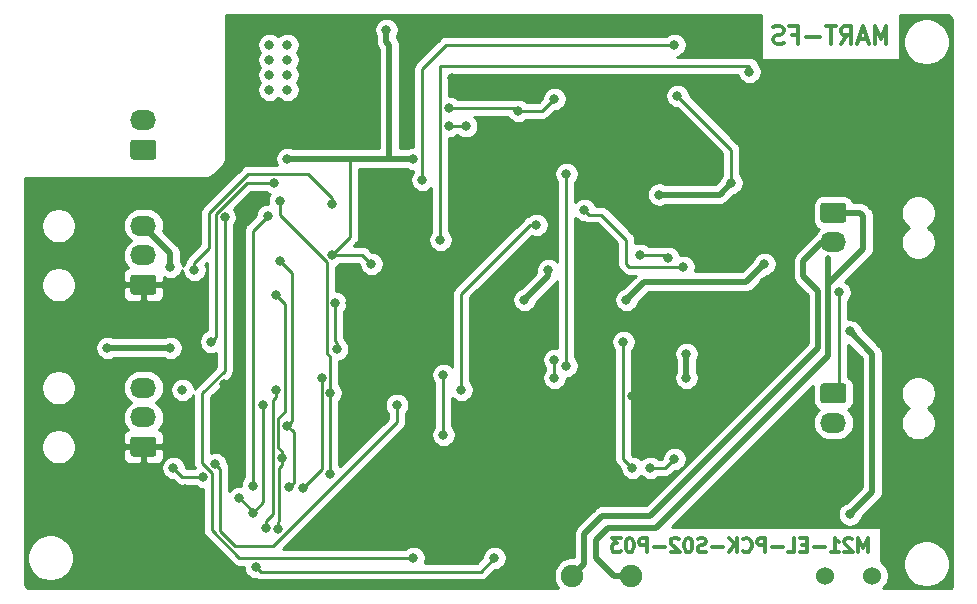
<source format=gbr>
G04 #@! TF.GenerationSoftware,KiCad,Pcbnew,(5.1.10)-1*
G04 #@! TF.CreationDate,2021-06-28T12:10:56+02:00*
G04 #@! TF.ProjectId,BSPD_v_1_1,42535044-5f76-45f3-915f-312e6b696361,rev?*
G04 #@! TF.SameCoordinates,Original*
G04 #@! TF.FileFunction,Copper,L2,Bot*
G04 #@! TF.FilePolarity,Positive*
%FSLAX46Y46*%
G04 Gerber Fmt 4.6, Leading zero omitted, Abs format (unit mm)*
G04 Created by KiCad (PCBNEW (5.1.10)-1) date 2021-06-28 12:10:56*
%MOMM*%
%LPD*%
G01*
G04 APERTURE LIST*
G04 #@! TA.AperFunction,NonConductor*
%ADD10C,0.300000*%
G04 #@! TD*
G04 #@! TA.AperFunction,ComponentPad*
%ADD11O,2.200000X1.700000*%
G04 #@! TD*
G04 #@! TA.AperFunction,ComponentPad*
%ADD12C,1.524000*%
G04 #@! TD*
G04 #@! TA.AperFunction,ComponentPad*
%ADD13C,1.900000*%
G04 #@! TD*
G04 #@! TA.AperFunction,ViaPad*
%ADD14C,0.800000*%
G04 #@! TD*
G04 #@! TA.AperFunction,Conductor*
%ADD15C,0.250000*%
G04 #@! TD*
G04 #@! TA.AperFunction,Conductor*
%ADD16C,0.500000*%
G04 #@! TD*
G04 #@! TA.AperFunction,Conductor*
%ADD17C,0.254000*%
G04 #@! TD*
G04 #@! TA.AperFunction,Conductor*
%ADD18C,0.100000*%
G04 #@! TD*
G04 APERTURE END LIST*
D10*
X159690000Y-30142571D02*
X159690000Y-28642571D01*
X159190000Y-29714000D01*
X158690000Y-28642571D01*
X158690000Y-30142571D01*
X158047142Y-29714000D02*
X157332857Y-29714000D01*
X158190000Y-30142571D02*
X157690000Y-28642571D01*
X157190000Y-30142571D01*
X155832857Y-30142571D02*
X156332857Y-29428285D01*
X156690000Y-30142571D02*
X156690000Y-28642571D01*
X156118571Y-28642571D01*
X155975714Y-28714000D01*
X155904285Y-28785428D01*
X155832857Y-28928285D01*
X155832857Y-29142571D01*
X155904285Y-29285428D01*
X155975714Y-29356857D01*
X156118571Y-29428285D01*
X156690000Y-29428285D01*
X155404285Y-28642571D02*
X154547142Y-28642571D01*
X154975714Y-30142571D02*
X154975714Y-28642571D01*
X154047142Y-29571142D02*
X152904285Y-29571142D01*
X151690000Y-29356857D02*
X152190000Y-29356857D01*
X152190000Y-30142571D02*
X152190000Y-28642571D01*
X151475714Y-28642571D01*
X150975714Y-30071142D02*
X150761428Y-30142571D01*
X150404285Y-30142571D01*
X150261428Y-30071142D01*
X150190000Y-29999714D01*
X150118571Y-29856857D01*
X150118571Y-29714000D01*
X150190000Y-29571142D01*
X150261428Y-29499714D01*
X150404285Y-29428285D01*
X150690000Y-29356857D01*
X150832857Y-29285428D01*
X150904285Y-29214000D01*
X150975714Y-29071142D01*
X150975714Y-28928285D01*
X150904285Y-28785428D01*
X150832857Y-28714000D01*
X150690000Y-28642571D01*
X150332857Y-28642571D01*
X150118571Y-28714000D01*
X158120000Y-73186857D02*
X158120000Y-71986857D01*
X157720000Y-72844000D01*
X157320000Y-71986857D01*
X157320000Y-73186857D01*
X156805714Y-72101142D02*
X156748571Y-72044000D01*
X156634285Y-71986857D01*
X156348571Y-71986857D01*
X156234285Y-72044000D01*
X156177142Y-72101142D01*
X156120000Y-72215428D01*
X156120000Y-72329714D01*
X156177142Y-72501142D01*
X156862857Y-73186857D01*
X156120000Y-73186857D01*
X154977142Y-73186857D02*
X155662857Y-73186857D01*
X155320000Y-73186857D02*
X155320000Y-71986857D01*
X155434285Y-72158285D01*
X155548571Y-72272571D01*
X155662857Y-72329714D01*
X154462857Y-72729714D02*
X153548571Y-72729714D01*
X152977142Y-72558285D02*
X152577142Y-72558285D01*
X152405714Y-73186857D02*
X152977142Y-73186857D01*
X152977142Y-71986857D01*
X152405714Y-71986857D01*
X151320000Y-73186857D02*
X151891428Y-73186857D01*
X151891428Y-71986857D01*
X150920000Y-72729714D02*
X150005714Y-72729714D01*
X149434285Y-73186857D02*
X149434285Y-71986857D01*
X148977142Y-71986857D01*
X148862857Y-72044000D01*
X148805714Y-72101142D01*
X148748571Y-72215428D01*
X148748571Y-72386857D01*
X148805714Y-72501142D01*
X148862857Y-72558285D01*
X148977142Y-72615428D01*
X149434285Y-72615428D01*
X147548571Y-73072571D02*
X147605714Y-73129714D01*
X147777142Y-73186857D01*
X147891428Y-73186857D01*
X148062857Y-73129714D01*
X148177142Y-73015428D01*
X148234285Y-72901142D01*
X148291428Y-72672571D01*
X148291428Y-72501142D01*
X148234285Y-72272571D01*
X148177142Y-72158285D01*
X148062857Y-72044000D01*
X147891428Y-71986857D01*
X147777142Y-71986857D01*
X147605714Y-72044000D01*
X147548571Y-72101142D01*
X147034285Y-73186857D02*
X147034285Y-71986857D01*
X146348571Y-73186857D02*
X146862857Y-72501142D01*
X146348571Y-71986857D02*
X147034285Y-72672571D01*
X145834285Y-72729714D02*
X144920000Y-72729714D01*
X144405714Y-73129714D02*
X144234285Y-73186857D01*
X143948571Y-73186857D01*
X143834285Y-73129714D01*
X143777142Y-73072571D01*
X143720000Y-72958285D01*
X143720000Y-72844000D01*
X143777142Y-72729714D01*
X143834285Y-72672571D01*
X143948571Y-72615428D01*
X144177142Y-72558285D01*
X144291428Y-72501142D01*
X144348571Y-72444000D01*
X144405714Y-72329714D01*
X144405714Y-72215428D01*
X144348571Y-72101142D01*
X144291428Y-72044000D01*
X144177142Y-71986857D01*
X143891428Y-71986857D01*
X143720000Y-72044000D01*
X142977142Y-71986857D02*
X142862857Y-71986857D01*
X142748571Y-72044000D01*
X142691428Y-72101142D01*
X142634285Y-72215428D01*
X142577142Y-72444000D01*
X142577142Y-72729714D01*
X142634285Y-72958285D01*
X142691428Y-73072571D01*
X142748571Y-73129714D01*
X142862857Y-73186857D01*
X142977142Y-73186857D01*
X143091428Y-73129714D01*
X143148571Y-73072571D01*
X143205714Y-72958285D01*
X143262857Y-72729714D01*
X143262857Y-72444000D01*
X143205714Y-72215428D01*
X143148571Y-72101142D01*
X143091428Y-72044000D01*
X142977142Y-71986857D01*
X142120000Y-72101142D02*
X142062857Y-72044000D01*
X141948571Y-71986857D01*
X141662857Y-71986857D01*
X141548571Y-72044000D01*
X141491428Y-72101142D01*
X141434285Y-72215428D01*
X141434285Y-72329714D01*
X141491428Y-72501142D01*
X142177142Y-73186857D01*
X141434285Y-73186857D01*
X140920000Y-72729714D02*
X140005714Y-72729714D01*
X139434285Y-73186857D02*
X139434285Y-71986857D01*
X138977142Y-71986857D01*
X138862857Y-72044000D01*
X138805714Y-72101142D01*
X138748571Y-72215428D01*
X138748571Y-72386857D01*
X138805714Y-72501142D01*
X138862857Y-72558285D01*
X138977142Y-72615428D01*
X139434285Y-72615428D01*
X138005714Y-71986857D02*
X137891428Y-71986857D01*
X137777142Y-72044000D01*
X137720000Y-72101142D01*
X137662857Y-72215428D01*
X137605714Y-72444000D01*
X137605714Y-72729714D01*
X137662857Y-72958285D01*
X137720000Y-73072571D01*
X137777142Y-73129714D01*
X137891428Y-73186857D01*
X138005714Y-73186857D01*
X138120000Y-73129714D01*
X138177142Y-73072571D01*
X138234285Y-72958285D01*
X138291428Y-72729714D01*
X138291428Y-72444000D01*
X138234285Y-72215428D01*
X138177142Y-72101142D01*
X138120000Y-72044000D01*
X138005714Y-71986857D01*
X137205714Y-71986857D02*
X136462857Y-71986857D01*
X136862857Y-72444000D01*
X136691428Y-72444000D01*
X136577142Y-72501142D01*
X136520000Y-72558285D01*
X136462857Y-72672571D01*
X136462857Y-72958285D01*
X136520000Y-73072571D01*
X136577142Y-73129714D01*
X136691428Y-73186857D01*
X137034285Y-73186857D01*
X137148571Y-73129714D01*
X137205714Y-73072571D01*
D11*
X96774000Y-45546000D03*
X96774000Y-48046000D03*
G04 #@! TA.AperFunction,ComponentPad*
G36*
G01*
X97874000Y-49946000D02*
X97874000Y-51146000D01*
G75*
G02*
X97624000Y-51396000I-250000J0D01*
G01*
X95924000Y-51396000D01*
G75*
G02*
X95674000Y-51146000I0J250000D01*
G01*
X95674000Y-49946000D01*
G75*
G02*
X95924000Y-49696000I250000J0D01*
G01*
X97624000Y-49696000D01*
G75*
G02*
X97874000Y-49946000I0J-250000D01*
G01*
G37*
G04 #@! TD.AperFunction*
X96774000Y-59262000D03*
X96774000Y-61762000D03*
G04 #@! TA.AperFunction,ComponentPad*
G36*
G01*
X97874000Y-63662000D02*
X97874000Y-64862000D01*
G75*
G02*
X97624000Y-65112000I-250000J0D01*
G01*
X95924000Y-65112000D01*
G75*
G02*
X95674000Y-64862000I0J250000D01*
G01*
X95674000Y-63662000D01*
G75*
G02*
X95924000Y-63412000I250000J0D01*
G01*
X97624000Y-63412000D01*
G75*
G02*
X97874000Y-63662000I0J-250000D01*
G01*
G37*
G04 #@! TD.AperFunction*
X155194000Y-62240800D03*
G04 #@! TA.AperFunction,ComponentPad*
G36*
G01*
X154094000Y-60340800D02*
X154094000Y-59140800D01*
G75*
G02*
X154344000Y-58890800I250000J0D01*
G01*
X156044000Y-58890800D01*
G75*
G02*
X156294000Y-59140800I0J-250000D01*
G01*
X156294000Y-60340800D01*
G75*
G02*
X156044000Y-60590800I-250000J0D01*
G01*
X154344000Y-60590800D01*
G75*
G02*
X154094000Y-60340800I0J250000D01*
G01*
G37*
G04 #@! TD.AperFunction*
X155194000Y-46950000D03*
G04 #@! TA.AperFunction,ComponentPad*
G36*
G01*
X154094000Y-45050000D02*
X154094000Y-43850000D01*
G75*
G02*
X154344000Y-43600000I250000J0D01*
G01*
X156044000Y-43600000D01*
G75*
G02*
X156294000Y-43850000I0J-250000D01*
G01*
X156294000Y-45050000D01*
G75*
G02*
X156044000Y-45300000I-250000J0D01*
G01*
X154344000Y-45300000D01*
G75*
G02*
X154094000Y-45050000I0J250000D01*
G01*
G37*
G04 #@! TD.AperFunction*
X96774000Y-36616000D03*
G04 #@! TA.AperFunction,ComponentPad*
G36*
G01*
X97874000Y-38516000D02*
X97874000Y-39716000D01*
G75*
G02*
X97624000Y-39966000I-250000J0D01*
G01*
X95924000Y-39966000D01*
G75*
G02*
X95674000Y-39716000I0J250000D01*
G01*
X95674000Y-38516000D01*
G75*
G02*
X95924000Y-38266000I250000J0D01*
G01*
X97624000Y-38266000D01*
G75*
G02*
X97874000Y-38516000I0J-250000D01*
G01*
G37*
G04 #@! TD.AperFunction*
D12*
X158496000Y-75184000D03*
X154496000Y-75184000D03*
D13*
X138096000Y-75184000D03*
X133096000Y-75184000D03*
D14*
X107442000Y-30226000D03*
X108966000Y-30226000D03*
X108966000Y-31496000D03*
X108966000Y-32766000D03*
X108966000Y-34036000D03*
X107442000Y-34036000D03*
X107442000Y-32766000D03*
X107442000Y-31496000D03*
X119634000Y-39878000D03*
X108966000Y-39878000D03*
X141986000Y-34544000D03*
X146558000Y-41910000D03*
X139700000Y-66040000D03*
X141732000Y-65278000D03*
X99314000Y-66040000D03*
X101854000Y-66802000D03*
X106059000Y-69850000D03*
X104902000Y-68580000D03*
X106934000Y-60706000D03*
X112776000Y-48006000D03*
X122682000Y-35560000D03*
X128524000Y-35814000D03*
X116078000Y-48768000D03*
X131572000Y-34798000D03*
X117348000Y-28956000D03*
X100076000Y-59436000D03*
X99060000Y-55880000D03*
X93726000Y-55880000D03*
X140439000Y-42903000D03*
X131064000Y-49276000D03*
X129032000Y-51816000D03*
X137668000Y-51816000D03*
X149352000Y-48768000D03*
X142748000Y-56388000D03*
X142748000Y-58420000D03*
X105410000Y-36576000D03*
X107197000Y-36585000D03*
X108195000Y-36585000D03*
X109211000Y-36585000D03*
X110227000Y-36585000D03*
X100584000Y-47244000D03*
X101600000Y-51308000D03*
X116840000Y-67564000D03*
X123952000Y-69088000D03*
X131171000Y-67671000D03*
X137842203Y-67956617D03*
X117856000Y-43180000D03*
X125476000Y-41656000D03*
X128016000Y-33528000D03*
X138396000Y-33308000D03*
X142748000Y-40132000D03*
X149352000Y-50292000D03*
X149860000Y-65024000D03*
X111760000Y-71628000D03*
X130048000Y-48260000D03*
X137160000Y-41656000D03*
X150368000Y-34544000D03*
X129032000Y-59436000D03*
X130810000Y-59944000D03*
X125476000Y-54610000D03*
X138139010Y-59932500D03*
X114554000Y-62738000D03*
X116586000Y-57150000D03*
X114300000Y-52070000D03*
X100330000Y-67818000D03*
X122936000Y-33020000D03*
X118872000Y-33528000D03*
X102997000Y-60960000D03*
X113453750Y-34142250D03*
X112660000Y-34936000D03*
X111802750Y-35793250D03*
X103632000Y-58928000D03*
X121920000Y-46736000D03*
X148082000Y-32512000D03*
X120396000Y-41656000D03*
X141732000Y-30226000D03*
X124095022Y-37108076D03*
X122645010Y-37084000D03*
X131572000Y-58420000D03*
X131572000Y-56896000D03*
X132588000Y-57404000D03*
X132588000Y-41148000D03*
X99060000Y-49022000D03*
X155702000Y-51181000D03*
X138811000Y-48006000D03*
X141224000Y-48260000D03*
X113157000Y-56007000D03*
X113030000Y-52070000D03*
X122174000Y-58166000D03*
X122174000Y-63246000D03*
X107823000Y-41910000D03*
X102525990Y-55372000D03*
X118237000Y-60706000D03*
X102879320Y-65728996D03*
X123698000Y-59436000D03*
X130048000Y-45466000D03*
X156591000Y-54483000D03*
X156591000Y-69977000D03*
X101092000Y-49276000D03*
X112776000Y-43688000D03*
X107315000Y-44704000D03*
X106045000Y-67564000D03*
X112612010Y-66548000D03*
X112612010Y-59690000D03*
X108331000Y-43434000D03*
X108490021Y-65220854D03*
X108040010Y-51433551D03*
X108143976Y-71219507D03*
X109093000Y-67691000D03*
X108331000Y-48514000D03*
X108940032Y-62474212D03*
X119634000Y-73660000D03*
X103653375Y-44820354D03*
X126492000Y-73660000D03*
X106299000Y-74422000D03*
X108040010Y-59488701D03*
X107151010Y-71101000D03*
X111887000Y-58420000D03*
X110324442Y-67720238D03*
X134112000Y-44196000D03*
X142494000Y-49022000D03*
X137414000Y-55372000D03*
X138176000Y-66040000D03*
D15*
X141986000Y-34544000D02*
X146558000Y-39116000D01*
X146558000Y-39116000D02*
X146558000Y-41910000D01*
X139700000Y-66040000D02*
X140970000Y-66040000D01*
X140970000Y-66040000D02*
X141732000Y-65278000D01*
X100076000Y-66802000D02*
X101854000Y-66802000D01*
X99314000Y-66040000D02*
X100076000Y-66802000D01*
X106059000Y-69850000D02*
X106059000Y-69737000D01*
X106059000Y-69737000D02*
X104902000Y-68580000D01*
X106934000Y-68975000D02*
X106059000Y-69850000D01*
X106934000Y-60706000D02*
X106934000Y-68975000D01*
X114300000Y-46482000D02*
X112776000Y-48006000D01*
X114300000Y-39878000D02*
X114300000Y-46482000D01*
X114300000Y-39878000D02*
X108966000Y-39878000D01*
X119634000Y-39878000D02*
X114300000Y-39878000D01*
X122682000Y-35560000D02*
X128270000Y-35560000D01*
X128270000Y-35560000D02*
X128524000Y-35814000D01*
X112776000Y-48006000D02*
X115316000Y-48006000D01*
X115316000Y-48006000D02*
X116078000Y-48768000D01*
X128524000Y-35814000D02*
X130556000Y-35814000D01*
X130556000Y-35814000D02*
X131572000Y-34798000D01*
D16*
X117602000Y-39878000D02*
X117602000Y-30226000D01*
X117602000Y-39878000D02*
X119634000Y-39878000D01*
X108966000Y-39878000D02*
X117602000Y-39878000D01*
X117602000Y-30226000D02*
X117348000Y-29972000D01*
X117348000Y-29972000D02*
X117348000Y-28956000D01*
X99060000Y-55880000D02*
X93726000Y-55880000D01*
X145565000Y-42903000D02*
X146558000Y-41910000D01*
X140439000Y-42903000D02*
X145565000Y-42903000D01*
X131064000Y-49784000D02*
X129032000Y-51816000D01*
X131064000Y-49276000D02*
X131064000Y-49784000D01*
X137668000Y-51816000D02*
X139192000Y-50292000D01*
X147828000Y-50292000D02*
X149352000Y-48768000D01*
X139192000Y-50292000D02*
X147828000Y-50292000D01*
X142748000Y-56388000D02*
X142748000Y-58420000D01*
D15*
X123444000Y-33528000D02*
X122936000Y-33020000D01*
X128016000Y-33528000D02*
X123444000Y-33528000D01*
D16*
X103632000Y-60325000D02*
X102997000Y-60960000D01*
X103632000Y-58928000D02*
X103632000Y-60325000D01*
D15*
X121920000Y-46736000D02*
X121920000Y-32004000D01*
X121920000Y-32004000D02*
X148082000Y-32004000D01*
X148082000Y-32004000D02*
X148082000Y-32512000D01*
X120396000Y-41656000D02*
X120396000Y-32258000D01*
X120396000Y-32258000D02*
X122428000Y-30226000D01*
X122428000Y-30226000D02*
X141732000Y-30226000D01*
X122645010Y-37084000D02*
X124070946Y-37084000D01*
X124070946Y-37084000D02*
X124095022Y-37108076D01*
X131572000Y-58420000D02*
X131572000Y-56896000D01*
X132588000Y-57404000D02*
X132588000Y-56642000D01*
X132588000Y-56642000D02*
X132588000Y-41148000D01*
D16*
X99060000Y-47832000D02*
X96774000Y-45546000D01*
X99060000Y-49022000D02*
X99060000Y-47832000D01*
X154774010Y-48825685D02*
X154774010Y-48260000D01*
X154774010Y-50888010D02*
X154774010Y-48825685D01*
X157480000Y-44450000D02*
X155194000Y-44450000D01*
X157734000Y-44704000D02*
X157480000Y-44450000D01*
X157734000Y-47498000D02*
X157734000Y-44704000D01*
X154774010Y-50457990D02*
X157734000Y-47498000D01*
X154774010Y-50888010D02*
X154774010Y-50457990D01*
X136652000Y-75184000D02*
X138096000Y-75184000D01*
X135128000Y-73660000D02*
X136652000Y-75184000D01*
X136144000Y-71120000D02*
X135128000Y-72136000D01*
X140208000Y-71120000D02*
X136144000Y-71120000D01*
X154774010Y-56553990D02*
X140208000Y-71120000D01*
X135128000Y-72136000D02*
X135128000Y-73660000D01*
X154774010Y-50888010D02*
X154774010Y-56553990D01*
X154218000Y-46950000D02*
X155194000Y-46950000D01*
X152654000Y-48514000D02*
X154218000Y-46950000D01*
X152654000Y-49784000D02*
X152654000Y-48514000D01*
X153924000Y-51054000D02*
X152654000Y-49784000D01*
X153924000Y-55880000D02*
X153924000Y-51054000D01*
X139700000Y-70104000D02*
X153924000Y-55880000D01*
X134112000Y-71628000D02*
X135636000Y-70104000D01*
X135636000Y-70104000D02*
X139700000Y-70104000D01*
X134112000Y-74168000D02*
X134112000Y-71628000D01*
X133096000Y-75184000D02*
X134112000Y-74168000D01*
D15*
X155702000Y-59232800D02*
X155194000Y-59740800D01*
X155702000Y-51181000D02*
X155702000Y-59232800D01*
X140970000Y-48006000D02*
X141224000Y-48260000D01*
X138811000Y-48006000D02*
X140970000Y-48006000D01*
X113157000Y-55441315D02*
X113030000Y-55314315D01*
X113157000Y-56007000D02*
X113157000Y-55441315D01*
X113030000Y-55314315D02*
X113030000Y-52070000D01*
X122174000Y-58731685D02*
X122174000Y-63246000D01*
X122174000Y-58166000D02*
X122174000Y-58731685D01*
X102925989Y-54972001D02*
X102525990Y-55372000D01*
X102925989Y-44522421D02*
X102925989Y-54972001D01*
X105538410Y-41910000D02*
X102925989Y-44522421D01*
X107823000Y-41910000D02*
X105538410Y-41910000D01*
X118237000Y-60706000D02*
X118237000Y-62199485D01*
X118237000Y-62199485D02*
X107792485Y-72644000D01*
X103279319Y-66128995D02*
X102879320Y-65728996D01*
X107792485Y-72644000D02*
X104521000Y-72644000D01*
X104521000Y-72644000D02*
X103279319Y-71402319D01*
X103279319Y-71402319D02*
X103279319Y-66128995D01*
X123698000Y-59436000D02*
X123698000Y-58870315D01*
X123698000Y-58870315D02*
X123698000Y-51308000D01*
X123698000Y-51308000D02*
X129540000Y-45466000D01*
X129540000Y-45466000D02*
X130048000Y-45466000D01*
D16*
X158496000Y-56388000D02*
X156591000Y-54483000D01*
X158496000Y-68072000D02*
X158496000Y-56388000D01*
X156591000Y-69977000D02*
X158496000Y-68072000D01*
D15*
X101092000Y-48710315D02*
X102362000Y-47440315D01*
X101092000Y-49276000D02*
X101092000Y-48710315D01*
X102362000Y-47440315D02*
X102362000Y-44450000D01*
X102362000Y-44450000D02*
X105664000Y-41148000D01*
X105664000Y-41148000D02*
X110744000Y-41148000D01*
X110744000Y-41148000D02*
X112776000Y-43180000D01*
X112776000Y-43180000D02*
X112776000Y-43688000D01*
X106045000Y-45974000D02*
X106045000Y-66998315D01*
X106045000Y-66998315D02*
X106045000Y-67564000D01*
X107315000Y-44704000D02*
X106045000Y-45974000D01*
X108331000Y-44634004D02*
X112304998Y-48608002D01*
X112612010Y-56662012D02*
X112612010Y-59124315D01*
X112612010Y-59124315D02*
X112612010Y-59690000D01*
X112304998Y-56355000D02*
X112612010Y-56662012D01*
X108331000Y-43434000D02*
X108331000Y-44634004D01*
X112304998Y-48608002D02*
X112304998Y-56355000D01*
X112612010Y-65404512D02*
X112612010Y-66548000D01*
X112612010Y-59690000D02*
X112612010Y-65404512D01*
X108215022Y-64380170D02*
X108490021Y-64655169D01*
X108040010Y-51433551D02*
X108765012Y-52158553D01*
X108490021Y-64655169D02*
X108490021Y-65220854D01*
X108215022Y-61840798D02*
X108215022Y-64380170D01*
X108765012Y-61290808D02*
X108215022Y-61840798D01*
X108765012Y-52158553D02*
X108765012Y-61290808D01*
X108490021Y-65220854D02*
X108490021Y-65786539D01*
X108225718Y-66050842D02*
X108225718Y-70572080D01*
X108490021Y-65786539D02*
X108225718Y-66050842D01*
X108143976Y-70653822D02*
X108143976Y-71219507D01*
X108225718Y-70572080D02*
X108143976Y-70653822D01*
X109340031Y-62074213D02*
X108940032Y-62474212D01*
X109340031Y-62874211D02*
X108940032Y-62474212D01*
X109492999Y-67291001D02*
X109492999Y-63027179D01*
X108331000Y-48514000D02*
X109340031Y-49523031D01*
X109340031Y-49523031D02*
X109340031Y-62074213D01*
X109492999Y-63027179D02*
X109340031Y-62874211D01*
X109093000Y-67691000D02*
X109492999Y-67291001D01*
X104900590Y-73660000D02*
X102579002Y-71338412D01*
X102579002Y-66453998D02*
X101763999Y-65638995D01*
X101763999Y-65638995D02*
X101763999Y-59722999D01*
X119634000Y-73660000D02*
X104900590Y-73660000D01*
X102579002Y-71338412D02*
X102579002Y-66453998D01*
X101763999Y-59722999D02*
X103653375Y-57833623D01*
X103653375Y-57833623D02*
X103653375Y-44820354D01*
X106698999Y-74821999D02*
X106299000Y-74422000D01*
X125330001Y-74821999D02*
X106698999Y-74821999D01*
X126492000Y-73660000D02*
X125330001Y-74821999D01*
X107765011Y-69921314D02*
X107151010Y-70535315D01*
X108040010Y-60054386D02*
X107765011Y-60329385D01*
X107151010Y-70535315D02*
X107151010Y-71101000D01*
X107765011Y-60329385D02*
X107765011Y-69921314D01*
X108040010Y-59488701D02*
X108040010Y-60054386D01*
X111887000Y-66157680D02*
X110724441Y-67320239D01*
X110724441Y-67320239D02*
X110324442Y-67720238D01*
X111887000Y-58420000D02*
X111887000Y-66157680D01*
X134511999Y-44595999D02*
X135527999Y-44595999D01*
X134112000Y-44196000D02*
X134511999Y-44595999D01*
X135527999Y-44595999D02*
X137668000Y-46736000D01*
X137668000Y-46736000D02*
X137668000Y-48768000D01*
X137668000Y-48768000D02*
X137922000Y-49022000D01*
X137922000Y-49022000D02*
X142494000Y-49022000D01*
X137414000Y-65278000D02*
X138176000Y-66040000D01*
X137414000Y-55372000D02*
X137414000Y-65278000D01*
D17*
X149047857Y-31494000D02*
X160832143Y-31494000D01*
X160832143Y-29776495D01*
X161083000Y-29776495D01*
X161083000Y-30167505D01*
X161159282Y-30551003D01*
X161308915Y-30912250D01*
X161526149Y-31237364D01*
X161802636Y-31513851D01*
X162127750Y-31731085D01*
X162488997Y-31880718D01*
X162872495Y-31957000D01*
X163263505Y-31957000D01*
X163647003Y-31880718D01*
X164008250Y-31731085D01*
X164333364Y-31513851D01*
X164609851Y-31237364D01*
X164827085Y-30912250D01*
X164976718Y-30551003D01*
X165053000Y-30167505D01*
X165053000Y-29776495D01*
X164976718Y-29392997D01*
X164827085Y-29031750D01*
X164609851Y-28706636D01*
X164333364Y-28430149D01*
X164008250Y-28212915D01*
X163647003Y-28063282D01*
X163263505Y-27987000D01*
X162872495Y-27987000D01*
X162488997Y-28063282D01*
X162127750Y-28212915D01*
X161802636Y-28430149D01*
X161526149Y-28706636D01*
X161308915Y-29031750D01*
X161159282Y-29392997D01*
X161083000Y-29776495D01*
X160832143Y-29776495D01*
X160832143Y-27735000D01*
X164922554Y-27735000D01*
X165254069Y-28066516D01*
X165264932Y-76150343D01*
X165188532Y-76227000D01*
X159428655Y-76227000D01*
X159581120Y-76074535D01*
X159734005Y-75845727D01*
X159839314Y-75591490D01*
X159893000Y-75321592D01*
X159893000Y-75046408D01*
X159839314Y-74776510D01*
X159734005Y-74522273D01*
X159581120Y-74293465D01*
X159386535Y-74098880D01*
X159197387Y-73972495D01*
X161083000Y-73972495D01*
X161083000Y-74363505D01*
X161159282Y-74747003D01*
X161308915Y-75108250D01*
X161526149Y-75433364D01*
X161802636Y-75709851D01*
X162127750Y-75927085D01*
X162488997Y-76076718D01*
X162872495Y-76153000D01*
X163263505Y-76153000D01*
X163647003Y-76076718D01*
X164008250Y-75927085D01*
X164333364Y-75709851D01*
X164609851Y-75433364D01*
X164827085Y-75108250D01*
X164976718Y-74747003D01*
X165053000Y-74363505D01*
X165053000Y-73972495D01*
X164976718Y-73588997D01*
X164827085Y-73227750D01*
X164609851Y-72902636D01*
X164333364Y-72626149D01*
X164008250Y-72408915D01*
X163647003Y-72259282D01*
X163263505Y-72183000D01*
X162872495Y-72183000D01*
X162488997Y-72259282D01*
X162127750Y-72408915D01*
X161802636Y-72626149D01*
X161526149Y-72902636D01*
X161308915Y-73227750D01*
X161159282Y-73588997D01*
X161083000Y-73972495D01*
X159197387Y-73972495D01*
X159190715Y-73968037D01*
X159190715Y-71070000D01*
X141509578Y-71070000D01*
X153457802Y-59121777D01*
X153455928Y-59140800D01*
X153455928Y-60340800D01*
X153472992Y-60514054D01*
X153523528Y-60680650D01*
X153605595Y-60834186D01*
X153716038Y-60968762D01*
X153850614Y-61079205D01*
X153952337Y-61133577D01*
X153888866Y-61185666D01*
X153703294Y-61411786D01*
X153565401Y-61669766D01*
X153480487Y-61949689D01*
X153451815Y-62240800D01*
X153480487Y-62531911D01*
X153565401Y-62811834D01*
X153703294Y-63069814D01*
X153888866Y-63295934D01*
X154114986Y-63481506D01*
X154372966Y-63619399D01*
X154652889Y-63704313D01*
X154871050Y-63725800D01*
X155516950Y-63725800D01*
X155735111Y-63704313D01*
X156015034Y-63619399D01*
X156273014Y-63481506D01*
X156499134Y-63295934D01*
X156684706Y-63069814D01*
X156822599Y-62811834D01*
X156907513Y-62531911D01*
X156936185Y-62240800D01*
X156907513Y-61949689D01*
X156822599Y-61669766D01*
X156684706Y-61411786D01*
X156499134Y-61185666D01*
X156435663Y-61133577D01*
X156537386Y-61079205D01*
X156671962Y-60968762D01*
X156782405Y-60834186D01*
X156864472Y-60680650D01*
X156915008Y-60514054D01*
X156932072Y-60340800D01*
X156932072Y-59140800D01*
X156915008Y-58967546D01*
X156864472Y-58800950D01*
X156782405Y-58647414D01*
X156671962Y-58512838D01*
X156537386Y-58402395D01*
X156462000Y-58362100D01*
X156462000Y-55605578D01*
X157611001Y-56754580D01*
X157611000Y-67705421D01*
X156345957Y-68970465D01*
X156289102Y-68981774D01*
X156100744Y-69059795D01*
X155931226Y-69173063D01*
X155787063Y-69317226D01*
X155673795Y-69486744D01*
X155595774Y-69675102D01*
X155556000Y-69875061D01*
X155556000Y-70078939D01*
X155595774Y-70278898D01*
X155673795Y-70467256D01*
X155787063Y-70636774D01*
X155931226Y-70780937D01*
X156100744Y-70894205D01*
X156289102Y-70972226D01*
X156489061Y-71012000D01*
X156692939Y-71012000D01*
X156892898Y-70972226D01*
X157081256Y-70894205D01*
X157250774Y-70780937D01*
X157394937Y-70636774D01*
X157508205Y-70467256D01*
X157586226Y-70278898D01*
X157597535Y-70222043D01*
X159091050Y-68728529D01*
X159124817Y-68700817D01*
X159200823Y-68608205D01*
X159235411Y-68566059D01*
X159287161Y-68469240D01*
X159317589Y-68412313D01*
X159368195Y-68245490D01*
X159381000Y-68115477D01*
X159381000Y-68115469D01*
X159385281Y-68072000D01*
X159381000Y-68028531D01*
X159381000Y-59594540D01*
X160889000Y-59594540D01*
X160889000Y-59887060D01*
X160946068Y-60173958D01*
X161058010Y-60444211D01*
X161220525Y-60687432D01*
X161427368Y-60894275D01*
X161571828Y-60990800D01*
X161427368Y-61087325D01*
X161220525Y-61294168D01*
X161058010Y-61537389D01*
X160946068Y-61807642D01*
X160889000Y-62094540D01*
X160889000Y-62387060D01*
X160946068Y-62673958D01*
X161058010Y-62944211D01*
X161220525Y-63187432D01*
X161427368Y-63394275D01*
X161670589Y-63556790D01*
X161940842Y-63668732D01*
X162227740Y-63725800D01*
X162520260Y-63725800D01*
X162807158Y-63668732D01*
X163077411Y-63556790D01*
X163320632Y-63394275D01*
X163527475Y-63187432D01*
X163689990Y-62944211D01*
X163801932Y-62673958D01*
X163859000Y-62387060D01*
X163859000Y-62094540D01*
X163801932Y-61807642D01*
X163689990Y-61537389D01*
X163527475Y-61294168D01*
X163320632Y-61087325D01*
X163176172Y-60990800D01*
X163320632Y-60894275D01*
X163527475Y-60687432D01*
X163689990Y-60444211D01*
X163801932Y-60173958D01*
X163859000Y-59887060D01*
X163859000Y-59594540D01*
X163801932Y-59307642D01*
X163689990Y-59037389D01*
X163527475Y-58794168D01*
X163320632Y-58587325D01*
X163077411Y-58424810D01*
X162807158Y-58312868D01*
X162520260Y-58255800D01*
X162227740Y-58255800D01*
X161940842Y-58312868D01*
X161670589Y-58424810D01*
X161427368Y-58587325D01*
X161220525Y-58794168D01*
X161058010Y-59037389D01*
X160946068Y-59307642D01*
X160889000Y-59594540D01*
X159381000Y-59594540D01*
X159381000Y-56431469D01*
X159385281Y-56388000D01*
X159381000Y-56344531D01*
X159381000Y-56344523D01*
X159368195Y-56214510D01*
X159317589Y-56047687D01*
X159235411Y-55893941D01*
X159202891Y-55854316D01*
X159152532Y-55792953D01*
X159152530Y-55792951D01*
X159124817Y-55759183D01*
X159091049Y-55731470D01*
X157597535Y-54237957D01*
X157586226Y-54181102D01*
X157508205Y-53992744D01*
X157394937Y-53823226D01*
X157250774Y-53679063D01*
X157081256Y-53565795D01*
X156892898Y-53487774D01*
X156692939Y-53448000D01*
X156489061Y-53448000D01*
X156462000Y-53453383D01*
X156462000Y-51884711D01*
X156505937Y-51840774D01*
X156619205Y-51671256D01*
X156697226Y-51482898D01*
X156737000Y-51282939D01*
X156737000Y-51079061D01*
X156697226Y-50879102D01*
X156619205Y-50690744D01*
X156505937Y-50521226D01*
X156361774Y-50377063D01*
X156208757Y-50274821D01*
X158329050Y-48154529D01*
X158362817Y-48126817D01*
X158395897Y-48086510D01*
X158462389Y-48005489D01*
X158473411Y-47992059D01*
X158555589Y-47838313D01*
X158606195Y-47671490D01*
X158619000Y-47541477D01*
X158619000Y-47541467D01*
X158623281Y-47498001D01*
X158619000Y-47454534D01*
X158619000Y-44747465D01*
X158623281Y-44703999D01*
X158619000Y-44660533D01*
X158619000Y-44660523D01*
X158606195Y-44530510D01*
X158555589Y-44363687D01*
X158523548Y-44303740D01*
X160889000Y-44303740D01*
X160889000Y-44596260D01*
X160946068Y-44883158D01*
X161058010Y-45153411D01*
X161220525Y-45396632D01*
X161427368Y-45603475D01*
X161571828Y-45700000D01*
X161427368Y-45796525D01*
X161220525Y-46003368D01*
X161058010Y-46246589D01*
X160946068Y-46516842D01*
X160889000Y-46803740D01*
X160889000Y-47096260D01*
X160946068Y-47383158D01*
X161058010Y-47653411D01*
X161220525Y-47896632D01*
X161427368Y-48103475D01*
X161670589Y-48265990D01*
X161940842Y-48377932D01*
X162227740Y-48435000D01*
X162520260Y-48435000D01*
X162807158Y-48377932D01*
X163077411Y-48265990D01*
X163320632Y-48103475D01*
X163527475Y-47896632D01*
X163689990Y-47653411D01*
X163801932Y-47383158D01*
X163859000Y-47096260D01*
X163859000Y-46803740D01*
X163801932Y-46516842D01*
X163689990Y-46246589D01*
X163527475Y-46003368D01*
X163320632Y-45796525D01*
X163176172Y-45700000D01*
X163320632Y-45603475D01*
X163527475Y-45396632D01*
X163689990Y-45153411D01*
X163801932Y-44883158D01*
X163859000Y-44596260D01*
X163859000Y-44303740D01*
X163801932Y-44016842D01*
X163689990Y-43746589D01*
X163527475Y-43503368D01*
X163320632Y-43296525D01*
X163077411Y-43134010D01*
X162807158Y-43022068D01*
X162520260Y-42965000D01*
X162227740Y-42965000D01*
X161940842Y-43022068D01*
X161670589Y-43134010D01*
X161427368Y-43296525D01*
X161220525Y-43503368D01*
X161058010Y-43746589D01*
X160946068Y-44016842D01*
X160889000Y-44303740D01*
X158523548Y-44303740D01*
X158473411Y-44209941D01*
X158362817Y-44075183D01*
X158329044Y-44047466D01*
X158136534Y-43854956D01*
X158108817Y-43821183D01*
X157974059Y-43710589D01*
X157820313Y-43628411D01*
X157653490Y-43577805D01*
X157523477Y-43565000D01*
X157523469Y-43565000D01*
X157480000Y-43560719D01*
X157436531Y-43565000D01*
X156881110Y-43565000D01*
X156864472Y-43510150D01*
X156782405Y-43356614D01*
X156671962Y-43222038D01*
X156537386Y-43111595D01*
X156383850Y-43029528D01*
X156217254Y-42978992D01*
X156044000Y-42961928D01*
X154344000Y-42961928D01*
X154170746Y-42978992D01*
X154004150Y-43029528D01*
X153850614Y-43111595D01*
X153716038Y-43222038D01*
X153605595Y-43356614D01*
X153523528Y-43510150D01*
X153472992Y-43676746D01*
X153455928Y-43850000D01*
X153455928Y-45050000D01*
X153472992Y-45223254D01*
X153523528Y-45389850D01*
X153605595Y-45543386D01*
X153716038Y-45677962D01*
X153850614Y-45788405D01*
X153952337Y-45842777D01*
X153888866Y-45894866D01*
X153703294Y-46120986D01*
X153601838Y-46310797D01*
X153589183Y-46321183D01*
X153561470Y-46354951D01*
X152058951Y-47857471D01*
X152025184Y-47885183D01*
X151997471Y-47918951D01*
X151997468Y-47918954D01*
X151914590Y-48019941D01*
X151832412Y-48173687D01*
X151781805Y-48340510D01*
X151764719Y-48514000D01*
X151769001Y-48557478D01*
X151769000Y-49740530D01*
X151764719Y-49784000D01*
X151769000Y-49827469D01*
X151769000Y-49827476D01*
X151775571Y-49894195D01*
X151781805Y-49957490D01*
X151783759Y-49963931D01*
X151832411Y-50124312D01*
X151914589Y-50278058D01*
X152025183Y-50412817D01*
X152058956Y-50440534D01*
X153039001Y-51420580D01*
X153039000Y-55513421D01*
X139333422Y-69219000D01*
X135679465Y-69219000D01*
X135635999Y-69214719D01*
X135592533Y-69219000D01*
X135592523Y-69219000D01*
X135462510Y-69231805D01*
X135295687Y-69282411D01*
X135141941Y-69364589D01*
X135141939Y-69364590D01*
X135141940Y-69364590D01*
X135040953Y-69447468D01*
X135040951Y-69447470D01*
X135007183Y-69475183D01*
X134979470Y-69508951D01*
X133516951Y-70971471D01*
X133483184Y-70999183D01*
X133455471Y-71032951D01*
X133455468Y-71032954D01*
X133372590Y-71133941D01*
X133290412Y-71287687D01*
X133239805Y-71454510D01*
X133222719Y-71628000D01*
X133227001Y-71671479D01*
X133227000Y-73599000D01*
X132939891Y-73599000D01*
X132633673Y-73659911D01*
X132345221Y-73779391D01*
X132085621Y-73952850D01*
X131864850Y-74173621D01*
X131691391Y-74433221D01*
X131571911Y-74721673D01*
X131511000Y-75027891D01*
X131511000Y-75340109D01*
X131571911Y-75646327D01*
X131691391Y-75934779D01*
X131864850Y-76194379D01*
X131897471Y-76227000D01*
X86976458Y-76227000D01*
X86735027Y-75991663D01*
X86735255Y-73464495D01*
X86915000Y-73464495D01*
X86915000Y-73855505D01*
X86991282Y-74239003D01*
X87140915Y-74600250D01*
X87358149Y-74925364D01*
X87634636Y-75201851D01*
X87959750Y-75419085D01*
X88320997Y-75568718D01*
X88704495Y-75645000D01*
X89095505Y-75645000D01*
X89479003Y-75568718D01*
X89840250Y-75419085D01*
X90165364Y-75201851D01*
X90441851Y-74925364D01*
X90659085Y-74600250D01*
X90808718Y-74239003D01*
X90885000Y-73855505D01*
X90885000Y-73464495D01*
X90808718Y-73080997D01*
X90659085Y-72719750D01*
X90441851Y-72394636D01*
X90165364Y-72118149D01*
X89840250Y-71900915D01*
X89479003Y-71751282D01*
X89095505Y-71675000D01*
X88704495Y-71675000D01*
X88320997Y-71751282D01*
X87959750Y-71900915D01*
X87634636Y-72118149D01*
X87358149Y-72394636D01*
X87140915Y-72719750D01*
X86991282Y-73080997D01*
X86915000Y-73464495D01*
X86735255Y-73464495D01*
X86736099Y-64115740D01*
X88109000Y-64115740D01*
X88109000Y-64408260D01*
X88166068Y-64695158D01*
X88278010Y-64965411D01*
X88440525Y-65208632D01*
X88647368Y-65415475D01*
X88890589Y-65577990D01*
X89160842Y-65689932D01*
X89447740Y-65747000D01*
X89740260Y-65747000D01*
X90027158Y-65689932D01*
X90297411Y-65577990D01*
X90540632Y-65415475D01*
X90747475Y-65208632D01*
X90812042Y-65112000D01*
X95035928Y-65112000D01*
X95048188Y-65236482D01*
X95084498Y-65356180D01*
X95143463Y-65466494D01*
X95222815Y-65563185D01*
X95319506Y-65642537D01*
X95429820Y-65701502D01*
X95549518Y-65737812D01*
X95674000Y-65750072D01*
X96488250Y-65747000D01*
X96647000Y-65588250D01*
X96647000Y-64389000D01*
X96901000Y-64389000D01*
X96901000Y-65588250D01*
X97059750Y-65747000D01*
X97874000Y-65750072D01*
X97998482Y-65737812D01*
X98118180Y-65701502D01*
X98228494Y-65642537D01*
X98325185Y-65563185D01*
X98404537Y-65466494D01*
X98463502Y-65356180D01*
X98499812Y-65236482D01*
X98512072Y-65112000D01*
X98509000Y-64547750D01*
X98350250Y-64389000D01*
X96901000Y-64389000D01*
X96647000Y-64389000D01*
X95197750Y-64389000D01*
X95039000Y-64547750D01*
X95035928Y-65112000D01*
X90812042Y-65112000D01*
X90909990Y-64965411D01*
X91021932Y-64695158D01*
X91079000Y-64408260D01*
X91079000Y-64115740D01*
X91021932Y-63828842D01*
X90909990Y-63558589D01*
X90747475Y-63315368D01*
X90540632Y-63108525D01*
X90297411Y-62946010D01*
X90027158Y-62834068D01*
X89740260Y-62777000D01*
X89447740Y-62777000D01*
X89160842Y-62834068D01*
X88890589Y-62946010D01*
X88647368Y-63108525D01*
X88440525Y-63315368D01*
X88278010Y-63558589D01*
X88166068Y-63828842D01*
X88109000Y-64115740D01*
X86736099Y-64115740D01*
X86736550Y-59115740D01*
X88109000Y-59115740D01*
X88109000Y-59408260D01*
X88166068Y-59695158D01*
X88278010Y-59965411D01*
X88440525Y-60208632D01*
X88647368Y-60415475D01*
X88890589Y-60577990D01*
X89160842Y-60689932D01*
X89447740Y-60747000D01*
X89740260Y-60747000D01*
X90027158Y-60689932D01*
X90297411Y-60577990D01*
X90540632Y-60415475D01*
X90747475Y-60208632D01*
X90909990Y-59965411D01*
X91021932Y-59695158D01*
X91079000Y-59408260D01*
X91079000Y-59262000D01*
X95031815Y-59262000D01*
X95060487Y-59553111D01*
X95145401Y-59833034D01*
X95283294Y-60091014D01*
X95468866Y-60317134D01*
X95694986Y-60502706D01*
X95712374Y-60512000D01*
X95694986Y-60521294D01*
X95468866Y-60706866D01*
X95283294Y-60932986D01*
X95145401Y-61190966D01*
X95060487Y-61470889D01*
X95031815Y-61762000D01*
X95060487Y-62053111D01*
X95145401Y-62333034D01*
X95283294Y-62591014D01*
X95464608Y-62811945D01*
X95429820Y-62822498D01*
X95319506Y-62881463D01*
X95222815Y-62960815D01*
X95143463Y-63057506D01*
X95084498Y-63167820D01*
X95048188Y-63287518D01*
X95035928Y-63412000D01*
X95039000Y-63976250D01*
X95197750Y-64135000D01*
X96647000Y-64135000D01*
X96647000Y-64115000D01*
X96901000Y-64115000D01*
X96901000Y-64135000D01*
X98350250Y-64135000D01*
X98509000Y-63976250D01*
X98512072Y-63412000D01*
X98499812Y-63287518D01*
X98463502Y-63167820D01*
X98404537Y-63057506D01*
X98325185Y-62960815D01*
X98228494Y-62881463D01*
X98118180Y-62822498D01*
X98083392Y-62811945D01*
X98264706Y-62591014D01*
X98402599Y-62333034D01*
X98487513Y-62053111D01*
X98516185Y-61762000D01*
X98487513Y-61470889D01*
X98402599Y-61190966D01*
X98264706Y-60932986D01*
X98079134Y-60706866D01*
X97853014Y-60521294D01*
X97835626Y-60512000D01*
X97853014Y-60502706D01*
X98079134Y-60317134D01*
X98264706Y-60091014D01*
X98402599Y-59833034D01*
X98487513Y-59553111D01*
X98516185Y-59262000D01*
X98487513Y-58970889D01*
X98402599Y-58690966D01*
X98264706Y-58432986D01*
X98079134Y-58206866D01*
X97853014Y-58021294D01*
X97595034Y-57883401D01*
X97315111Y-57798487D01*
X97096950Y-57777000D01*
X96451050Y-57777000D01*
X96232889Y-57798487D01*
X95952966Y-57883401D01*
X95694986Y-58021294D01*
X95468866Y-58206866D01*
X95283294Y-58432986D01*
X95145401Y-58690966D01*
X95060487Y-58970889D01*
X95031815Y-59262000D01*
X91079000Y-59262000D01*
X91079000Y-59115740D01*
X91021932Y-58828842D01*
X90909990Y-58558589D01*
X90747475Y-58315368D01*
X90540632Y-58108525D01*
X90297411Y-57946010D01*
X90027158Y-57834068D01*
X89740260Y-57777000D01*
X89447740Y-57777000D01*
X89160842Y-57834068D01*
X88890589Y-57946010D01*
X88647368Y-58108525D01*
X88440525Y-58315368D01*
X88278010Y-58558589D01*
X88166068Y-58828842D01*
X88109000Y-59115740D01*
X86736550Y-59115740D01*
X86736851Y-55778061D01*
X92691000Y-55778061D01*
X92691000Y-55981939D01*
X92730774Y-56181898D01*
X92808795Y-56370256D01*
X92922063Y-56539774D01*
X93066226Y-56683937D01*
X93235744Y-56797205D01*
X93424102Y-56875226D01*
X93624061Y-56915000D01*
X93827939Y-56915000D01*
X94027898Y-56875226D01*
X94216256Y-56797205D01*
X94264454Y-56765000D01*
X98521546Y-56765000D01*
X98569744Y-56797205D01*
X98758102Y-56875226D01*
X98958061Y-56915000D01*
X99161939Y-56915000D01*
X99361898Y-56875226D01*
X99550256Y-56797205D01*
X99719774Y-56683937D01*
X99863937Y-56539774D01*
X99977205Y-56370256D01*
X100055226Y-56181898D01*
X100095000Y-55981939D01*
X100095000Y-55778061D01*
X100055226Y-55578102D01*
X99977205Y-55389744D01*
X99863937Y-55220226D01*
X99719774Y-55076063D01*
X99550256Y-54962795D01*
X99361898Y-54884774D01*
X99161939Y-54845000D01*
X98958061Y-54845000D01*
X98758102Y-54884774D01*
X98569744Y-54962795D01*
X98521546Y-54995000D01*
X94264454Y-54995000D01*
X94216256Y-54962795D01*
X94027898Y-54884774D01*
X93827939Y-54845000D01*
X93624061Y-54845000D01*
X93424102Y-54884774D01*
X93235744Y-54962795D01*
X93066226Y-55076063D01*
X92922063Y-55220226D01*
X92808795Y-55389744D01*
X92730774Y-55578102D01*
X92691000Y-55778061D01*
X86736851Y-55778061D01*
X86737338Y-50399740D01*
X88109000Y-50399740D01*
X88109000Y-50692260D01*
X88166068Y-50979158D01*
X88278010Y-51249411D01*
X88440525Y-51492632D01*
X88647368Y-51699475D01*
X88890589Y-51861990D01*
X89160842Y-51973932D01*
X89447740Y-52031000D01*
X89740260Y-52031000D01*
X90027158Y-51973932D01*
X90297411Y-51861990D01*
X90540632Y-51699475D01*
X90747475Y-51492632D01*
X90812042Y-51396000D01*
X95035928Y-51396000D01*
X95048188Y-51520482D01*
X95084498Y-51640180D01*
X95143463Y-51750494D01*
X95222815Y-51847185D01*
X95319506Y-51926537D01*
X95429820Y-51985502D01*
X95549518Y-52021812D01*
X95674000Y-52034072D01*
X96488250Y-52031000D01*
X96647000Y-51872250D01*
X96647000Y-50673000D01*
X96901000Y-50673000D01*
X96901000Y-51872250D01*
X97059750Y-52031000D01*
X97874000Y-52034072D01*
X97998482Y-52021812D01*
X98118180Y-51985502D01*
X98228494Y-51926537D01*
X98325185Y-51847185D01*
X98404537Y-51750494D01*
X98463502Y-51640180D01*
X98499812Y-51520482D01*
X98512072Y-51396000D01*
X98509000Y-50831750D01*
X98350250Y-50673000D01*
X96901000Y-50673000D01*
X96647000Y-50673000D01*
X95197750Y-50673000D01*
X95039000Y-50831750D01*
X95035928Y-51396000D01*
X90812042Y-51396000D01*
X90909990Y-51249411D01*
X91021932Y-50979158D01*
X91079000Y-50692260D01*
X91079000Y-50399740D01*
X91021932Y-50112842D01*
X90909990Y-49842589D01*
X90747475Y-49599368D01*
X90540632Y-49392525D01*
X90297411Y-49230010D01*
X90027158Y-49118068D01*
X89740260Y-49061000D01*
X89447740Y-49061000D01*
X89160842Y-49118068D01*
X88890589Y-49230010D01*
X88647368Y-49392525D01*
X88440525Y-49599368D01*
X88278010Y-49842589D01*
X88166068Y-50112842D01*
X88109000Y-50399740D01*
X86737338Y-50399740D01*
X86737790Y-45399740D01*
X88109000Y-45399740D01*
X88109000Y-45692260D01*
X88166068Y-45979158D01*
X88278010Y-46249411D01*
X88440525Y-46492632D01*
X88647368Y-46699475D01*
X88890589Y-46861990D01*
X89160842Y-46973932D01*
X89447740Y-47031000D01*
X89740260Y-47031000D01*
X90027158Y-46973932D01*
X90297411Y-46861990D01*
X90540632Y-46699475D01*
X90747475Y-46492632D01*
X90909990Y-46249411D01*
X91021932Y-45979158D01*
X91079000Y-45692260D01*
X91079000Y-45546000D01*
X95031815Y-45546000D01*
X95060487Y-45837111D01*
X95145401Y-46117034D01*
X95283294Y-46375014D01*
X95468866Y-46601134D01*
X95694986Y-46786706D01*
X95712374Y-46796000D01*
X95694986Y-46805294D01*
X95468866Y-46990866D01*
X95283294Y-47216986D01*
X95145401Y-47474966D01*
X95060487Y-47754889D01*
X95031815Y-48046000D01*
X95060487Y-48337111D01*
X95145401Y-48617034D01*
X95283294Y-48875014D01*
X95464608Y-49095945D01*
X95429820Y-49106498D01*
X95319506Y-49165463D01*
X95222815Y-49244815D01*
X95143463Y-49341506D01*
X95084498Y-49451820D01*
X95048188Y-49571518D01*
X95035928Y-49696000D01*
X95039000Y-50260250D01*
X95197750Y-50419000D01*
X96647000Y-50419000D01*
X96647000Y-50399000D01*
X96901000Y-50399000D01*
X96901000Y-50419000D01*
X98350250Y-50419000D01*
X98509000Y-50260250D01*
X98510962Y-49899928D01*
X98569744Y-49939205D01*
X98758102Y-50017226D01*
X98958061Y-50057000D01*
X99161939Y-50057000D01*
X99361898Y-50017226D01*
X99550256Y-49939205D01*
X99719774Y-49825937D01*
X99863937Y-49681774D01*
X99977205Y-49512256D01*
X100055226Y-49323898D01*
X100057000Y-49314979D01*
X100057000Y-49377939D01*
X100096774Y-49577898D01*
X100174795Y-49766256D01*
X100288063Y-49935774D01*
X100432226Y-50079937D01*
X100601744Y-50193205D01*
X100790102Y-50271226D01*
X100990061Y-50311000D01*
X101193939Y-50311000D01*
X101393898Y-50271226D01*
X101582256Y-50193205D01*
X101751774Y-50079937D01*
X101895937Y-49935774D01*
X102009205Y-49766256D01*
X102087226Y-49577898D01*
X102127000Y-49377939D01*
X102127000Y-49174061D01*
X102087226Y-48974102D01*
X102033271Y-48843845D01*
X102165989Y-48711127D01*
X102165990Y-54400841D01*
X102035734Y-54454795D01*
X101866216Y-54568063D01*
X101722053Y-54712226D01*
X101608785Y-54881744D01*
X101530764Y-55070102D01*
X101490990Y-55270061D01*
X101490990Y-55473939D01*
X101530764Y-55673898D01*
X101608785Y-55862256D01*
X101722053Y-56031774D01*
X101866216Y-56175937D01*
X102035734Y-56289205D01*
X102224092Y-56367226D01*
X102424051Y-56407000D01*
X102627929Y-56407000D01*
X102827888Y-56367226D01*
X102893375Y-56340100D01*
X102893375Y-57518821D01*
X101252997Y-59159200D01*
X101223999Y-59182998D01*
X101200201Y-59211996D01*
X101200200Y-59211997D01*
X101129025Y-59298723D01*
X101110766Y-59332883D01*
X101071226Y-59134102D01*
X100993205Y-58945744D01*
X100879937Y-58776226D01*
X100735774Y-58632063D01*
X100566256Y-58518795D01*
X100377898Y-58440774D01*
X100177939Y-58401000D01*
X99974061Y-58401000D01*
X99774102Y-58440774D01*
X99585744Y-58518795D01*
X99416226Y-58632063D01*
X99272063Y-58776226D01*
X99158795Y-58945744D01*
X99080774Y-59134102D01*
X99041000Y-59334061D01*
X99041000Y-59537939D01*
X99080774Y-59737898D01*
X99158795Y-59926256D01*
X99272063Y-60095774D01*
X99416226Y-60239937D01*
X99585744Y-60353205D01*
X99774102Y-60431226D01*
X99974061Y-60471000D01*
X100177939Y-60471000D01*
X100377898Y-60431226D01*
X100566256Y-60353205D01*
X100735774Y-60239937D01*
X100879937Y-60095774D01*
X100993205Y-59926256D01*
X101004000Y-59900195D01*
X101003999Y-65601672D01*
X101000323Y-65638995D01*
X101003999Y-65676317D01*
X101003999Y-65676327D01*
X101014996Y-65787980D01*
X101049540Y-65901857D01*
X101058453Y-65931241D01*
X101117655Y-66042000D01*
X100390802Y-66042000D01*
X100349000Y-66000198D01*
X100349000Y-65938061D01*
X100309226Y-65738102D01*
X100231205Y-65549744D01*
X100117937Y-65380226D01*
X99973774Y-65236063D01*
X99804256Y-65122795D01*
X99615898Y-65044774D01*
X99415939Y-65005000D01*
X99212061Y-65005000D01*
X99012102Y-65044774D01*
X98823744Y-65122795D01*
X98654226Y-65236063D01*
X98510063Y-65380226D01*
X98396795Y-65549744D01*
X98318774Y-65738102D01*
X98279000Y-65938061D01*
X98279000Y-66141939D01*
X98318774Y-66341898D01*
X98396795Y-66530256D01*
X98510063Y-66699774D01*
X98654226Y-66843937D01*
X98823744Y-66957205D01*
X99012102Y-67035226D01*
X99212061Y-67075000D01*
X99274198Y-67075000D01*
X99512201Y-67313002D01*
X99535999Y-67342001D01*
X99651724Y-67436974D01*
X99783753Y-67507546D01*
X99927014Y-67551003D01*
X100038667Y-67562000D01*
X100038675Y-67562000D01*
X100076000Y-67565676D01*
X100113325Y-67562000D01*
X101150289Y-67562000D01*
X101194226Y-67605937D01*
X101363744Y-67719205D01*
X101552102Y-67797226D01*
X101752061Y-67837000D01*
X101819003Y-67837000D01*
X101819002Y-71301089D01*
X101815326Y-71338412D01*
X101819002Y-71375734D01*
X101819002Y-71375744D01*
X101829999Y-71487397D01*
X101861504Y-71591256D01*
X101873456Y-71630658D01*
X101944028Y-71762688D01*
X101980022Y-71806546D01*
X102039001Y-71878413D01*
X102068005Y-71902216D01*
X104336791Y-74171003D01*
X104360589Y-74200001D01*
X104476314Y-74294974D01*
X104608343Y-74365546D01*
X104751604Y-74409003D01*
X104863257Y-74420000D01*
X104863266Y-74420000D01*
X104900589Y-74423676D01*
X104937912Y-74420000D01*
X105264000Y-74420000D01*
X105264000Y-74523939D01*
X105303774Y-74723898D01*
X105381795Y-74912256D01*
X105495063Y-75081774D01*
X105639226Y-75225937D01*
X105808744Y-75339205D01*
X105997102Y-75417226D01*
X106197061Y-75457000D01*
X106274774Y-75457000D01*
X106406752Y-75527545D01*
X106550013Y-75571002D01*
X106661666Y-75581999D01*
X106661676Y-75581999D01*
X106698998Y-75585675D01*
X106736321Y-75581999D01*
X125292679Y-75581999D01*
X125330001Y-75585675D01*
X125367323Y-75581999D01*
X125367334Y-75581999D01*
X125478987Y-75571002D01*
X125622248Y-75527545D01*
X125754277Y-75456973D01*
X125870002Y-75362000D01*
X125893805Y-75332996D01*
X126531802Y-74695000D01*
X126593939Y-74695000D01*
X126793898Y-74655226D01*
X126982256Y-74577205D01*
X127151774Y-74463937D01*
X127295937Y-74319774D01*
X127409205Y-74150256D01*
X127487226Y-73961898D01*
X127527000Y-73761939D01*
X127527000Y-73558061D01*
X127487226Y-73358102D01*
X127409205Y-73169744D01*
X127295937Y-73000226D01*
X127151774Y-72856063D01*
X126982256Y-72742795D01*
X126793898Y-72664774D01*
X126593939Y-72625000D01*
X126390061Y-72625000D01*
X126190102Y-72664774D01*
X126001744Y-72742795D01*
X125832226Y-72856063D01*
X125688063Y-73000226D01*
X125574795Y-73169744D01*
X125496774Y-73358102D01*
X125457000Y-73558061D01*
X125457000Y-73620198D01*
X125015200Y-74061999D01*
X120587763Y-74061999D01*
X120629226Y-73961898D01*
X120669000Y-73761939D01*
X120669000Y-73558061D01*
X120629226Y-73358102D01*
X120551205Y-73169744D01*
X120437937Y-73000226D01*
X120293774Y-72856063D01*
X120124256Y-72742795D01*
X119935898Y-72664774D01*
X119735939Y-72625000D01*
X119532061Y-72625000D01*
X119332102Y-72664774D01*
X119143744Y-72742795D01*
X118974226Y-72856063D01*
X118930289Y-72900000D01*
X108611286Y-72900000D01*
X118748003Y-62763284D01*
X118777001Y-62739486D01*
X118871974Y-62623761D01*
X118942546Y-62491732D01*
X118986003Y-62348471D01*
X118997000Y-62236818D01*
X118997000Y-62236810D01*
X119000676Y-62199485D01*
X118997000Y-62162160D01*
X118997000Y-61409711D01*
X119040937Y-61365774D01*
X119154205Y-61196256D01*
X119232226Y-61007898D01*
X119272000Y-60807939D01*
X119272000Y-60604061D01*
X119232226Y-60404102D01*
X119154205Y-60215744D01*
X119040937Y-60046226D01*
X118896774Y-59902063D01*
X118727256Y-59788795D01*
X118538898Y-59710774D01*
X118338939Y-59671000D01*
X118135061Y-59671000D01*
X117935102Y-59710774D01*
X117746744Y-59788795D01*
X117577226Y-59902063D01*
X117433063Y-60046226D01*
X117319795Y-60215744D01*
X117241774Y-60404102D01*
X117202000Y-60604061D01*
X117202000Y-60807939D01*
X117241774Y-61007898D01*
X117319795Y-61196256D01*
X117433063Y-61365774D01*
X117477000Y-61409711D01*
X117477001Y-61884682D01*
X113438982Y-65922701D01*
X113415947Y-65888226D01*
X113372010Y-65844289D01*
X113372010Y-60393711D01*
X113415947Y-60349774D01*
X113529215Y-60180256D01*
X113607236Y-59991898D01*
X113647010Y-59791939D01*
X113647010Y-59588061D01*
X113607236Y-59388102D01*
X113529215Y-59199744D01*
X113415947Y-59030226D01*
X113372010Y-58986289D01*
X113372010Y-58064061D01*
X121139000Y-58064061D01*
X121139000Y-58267939D01*
X121178774Y-58467898D01*
X121256795Y-58656256D01*
X121370063Y-58825774D01*
X121414000Y-58869711D01*
X121414001Y-62542288D01*
X121370063Y-62586226D01*
X121256795Y-62755744D01*
X121178774Y-62944102D01*
X121139000Y-63144061D01*
X121139000Y-63347939D01*
X121178774Y-63547898D01*
X121256795Y-63736256D01*
X121370063Y-63905774D01*
X121514226Y-64049937D01*
X121683744Y-64163205D01*
X121872102Y-64241226D01*
X122072061Y-64281000D01*
X122275939Y-64281000D01*
X122475898Y-64241226D01*
X122664256Y-64163205D01*
X122833774Y-64049937D01*
X122977937Y-63905774D01*
X123091205Y-63736256D01*
X123169226Y-63547898D01*
X123209000Y-63347939D01*
X123209000Y-63144061D01*
X123169226Y-62944102D01*
X123091205Y-62755744D01*
X122977937Y-62586226D01*
X122934000Y-62542289D01*
X122934000Y-60135711D01*
X123038226Y-60239937D01*
X123207744Y-60353205D01*
X123396102Y-60431226D01*
X123596061Y-60471000D01*
X123799939Y-60471000D01*
X123999898Y-60431226D01*
X124188256Y-60353205D01*
X124357774Y-60239937D01*
X124501937Y-60095774D01*
X124615205Y-59926256D01*
X124693226Y-59737898D01*
X124733000Y-59537939D01*
X124733000Y-59334061D01*
X124693226Y-59134102D01*
X124615205Y-58945744D01*
X124501937Y-58776226D01*
X124458000Y-58732289D01*
X124458000Y-51714061D01*
X127997000Y-51714061D01*
X127997000Y-51917939D01*
X128036774Y-52117898D01*
X128114795Y-52306256D01*
X128228063Y-52475774D01*
X128372226Y-52619937D01*
X128541744Y-52733205D01*
X128730102Y-52811226D01*
X128930061Y-52851000D01*
X129133939Y-52851000D01*
X129333898Y-52811226D01*
X129522256Y-52733205D01*
X129691774Y-52619937D01*
X129835937Y-52475774D01*
X129949205Y-52306256D01*
X130027226Y-52117898D01*
X130038535Y-52061043D01*
X131659049Y-50440530D01*
X131692817Y-50412817D01*
X131720533Y-50379046D01*
X131803410Y-50278060D01*
X131803411Y-50278059D01*
X131828000Y-50232055D01*
X131828000Y-55891644D01*
X131673939Y-55861000D01*
X131470061Y-55861000D01*
X131270102Y-55900774D01*
X131081744Y-55978795D01*
X130912226Y-56092063D01*
X130768063Y-56236226D01*
X130654795Y-56405744D01*
X130576774Y-56594102D01*
X130537000Y-56794061D01*
X130537000Y-56997939D01*
X130576774Y-57197898D01*
X130654795Y-57386256D01*
X130768063Y-57555774D01*
X130812001Y-57599712D01*
X130812000Y-57716289D01*
X130768063Y-57760226D01*
X130654795Y-57929744D01*
X130576774Y-58118102D01*
X130537000Y-58318061D01*
X130537000Y-58521939D01*
X130576774Y-58721898D01*
X130654795Y-58910256D01*
X130768063Y-59079774D01*
X130912226Y-59223937D01*
X131081744Y-59337205D01*
X131270102Y-59415226D01*
X131470061Y-59455000D01*
X131673939Y-59455000D01*
X131873898Y-59415226D01*
X132062256Y-59337205D01*
X132231774Y-59223937D01*
X132375937Y-59079774D01*
X132489205Y-58910256D01*
X132567226Y-58721898D01*
X132607000Y-58521939D01*
X132607000Y-58439000D01*
X132689939Y-58439000D01*
X132889898Y-58399226D01*
X133078256Y-58321205D01*
X133247774Y-58207937D01*
X133391937Y-58063774D01*
X133505205Y-57894256D01*
X133583226Y-57705898D01*
X133623000Y-57505939D01*
X133623000Y-57302061D01*
X133583226Y-57102102D01*
X133505205Y-56913744D01*
X133391937Y-56744226D01*
X133348000Y-56700289D01*
X133348000Y-55270061D01*
X136379000Y-55270061D01*
X136379000Y-55473939D01*
X136418774Y-55673898D01*
X136496795Y-55862256D01*
X136610063Y-56031774D01*
X136654000Y-56075711D01*
X136654001Y-65240668D01*
X136650324Y-65278000D01*
X136654001Y-65315333D01*
X136664998Y-65426986D01*
X136676982Y-65466494D01*
X136708454Y-65570246D01*
X136779026Y-65702276D01*
X136833175Y-65768256D01*
X136874000Y-65818001D01*
X136902998Y-65841799D01*
X137141000Y-66079801D01*
X137141000Y-66141939D01*
X137180774Y-66341898D01*
X137258795Y-66530256D01*
X137372063Y-66699774D01*
X137516226Y-66843937D01*
X137685744Y-66957205D01*
X137874102Y-67035226D01*
X138074061Y-67075000D01*
X138277939Y-67075000D01*
X138477898Y-67035226D01*
X138666256Y-66957205D01*
X138835774Y-66843937D01*
X138938000Y-66741711D01*
X139040226Y-66843937D01*
X139209744Y-66957205D01*
X139398102Y-67035226D01*
X139598061Y-67075000D01*
X139801939Y-67075000D01*
X140001898Y-67035226D01*
X140190256Y-66957205D01*
X140359774Y-66843937D01*
X140403711Y-66800000D01*
X140932678Y-66800000D01*
X140970000Y-66803676D01*
X141007322Y-66800000D01*
X141007333Y-66800000D01*
X141118986Y-66789003D01*
X141262247Y-66745546D01*
X141394276Y-66674974D01*
X141510001Y-66580001D01*
X141533803Y-66550998D01*
X141771801Y-66313000D01*
X141833939Y-66313000D01*
X142033898Y-66273226D01*
X142222256Y-66195205D01*
X142391774Y-66081937D01*
X142535937Y-65937774D01*
X142649205Y-65768256D01*
X142727226Y-65579898D01*
X142767000Y-65379939D01*
X142767000Y-65176061D01*
X142727226Y-64976102D01*
X142649205Y-64787744D01*
X142535937Y-64618226D01*
X142391774Y-64474063D01*
X142222256Y-64360795D01*
X142033898Y-64282774D01*
X141833939Y-64243000D01*
X141630061Y-64243000D01*
X141430102Y-64282774D01*
X141241744Y-64360795D01*
X141072226Y-64474063D01*
X140928063Y-64618226D01*
X140814795Y-64787744D01*
X140736774Y-64976102D01*
X140697000Y-65176061D01*
X140697000Y-65238199D01*
X140655199Y-65280000D01*
X140403711Y-65280000D01*
X140359774Y-65236063D01*
X140190256Y-65122795D01*
X140001898Y-65044774D01*
X139801939Y-65005000D01*
X139598061Y-65005000D01*
X139398102Y-65044774D01*
X139209744Y-65122795D01*
X139040226Y-65236063D01*
X138938000Y-65338289D01*
X138835774Y-65236063D01*
X138666256Y-65122795D01*
X138477898Y-65044774D01*
X138277939Y-65005000D01*
X138215801Y-65005000D01*
X138174000Y-64963199D01*
X138174000Y-56286061D01*
X141713000Y-56286061D01*
X141713000Y-56489939D01*
X141752774Y-56689898D01*
X141830795Y-56878256D01*
X141863000Y-56926455D01*
X141863001Y-57881545D01*
X141830795Y-57929744D01*
X141752774Y-58118102D01*
X141713000Y-58318061D01*
X141713000Y-58521939D01*
X141752774Y-58721898D01*
X141830795Y-58910256D01*
X141944063Y-59079774D01*
X142088226Y-59223937D01*
X142257744Y-59337205D01*
X142446102Y-59415226D01*
X142646061Y-59455000D01*
X142849939Y-59455000D01*
X143049898Y-59415226D01*
X143238256Y-59337205D01*
X143407774Y-59223937D01*
X143551937Y-59079774D01*
X143665205Y-58910256D01*
X143743226Y-58721898D01*
X143783000Y-58521939D01*
X143783000Y-58318061D01*
X143743226Y-58118102D01*
X143665205Y-57929744D01*
X143633000Y-57881546D01*
X143633000Y-56926454D01*
X143665205Y-56878256D01*
X143743226Y-56689898D01*
X143783000Y-56489939D01*
X143783000Y-56286061D01*
X143743226Y-56086102D01*
X143665205Y-55897744D01*
X143551937Y-55728226D01*
X143407774Y-55584063D01*
X143238256Y-55470795D01*
X143049898Y-55392774D01*
X142849939Y-55353000D01*
X142646061Y-55353000D01*
X142446102Y-55392774D01*
X142257744Y-55470795D01*
X142088226Y-55584063D01*
X141944063Y-55728226D01*
X141830795Y-55897744D01*
X141752774Y-56086102D01*
X141713000Y-56286061D01*
X138174000Y-56286061D01*
X138174000Y-56075711D01*
X138217937Y-56031774D01*
X138331205Y-55862256D01*
X138409226Y-55673898D01*
X138449000Y-55473939D01*
X138449000Y-55270061D01*
X138409226Y-55070102D01*
X138331205Y-54881744D01*
X138217937Y-54712226D01*
X138073774Y-54568063D01*
X137904256Y-54454795D01*
X137715898Y-54376774D01*
X137515939Y-54337000D01*
X137312061Y-54337000D01*
X137112102Y-54376774D01*
X136923744Y-54454795D01*
X136754226Y-54568063D01*
X136610063Y-54712226D01*
X136496795Y-54881744D01*
X136418774Y-55070102D01*
X136379000Y-55270061D01*
X133348000Y-55270061D01*
X133348000Y-44895711D01*
X133452226Y-44999937D01*
X133621744Y-45113205D01*
X133810102Y-45191226D01*
X134010061Y-45231000D01*
X134087774Y-45231000D01*
X134219752Y-45301545D01*
X134363013Y-45345002D01*
X134474666Y-45355999D01*
X134474676Y-45355999D01*
X134511998Y-45359675D01*
X134549321Y-45355999D01*
X135213198Y-45355999D01*
X136908000Y-47050803D01*
X136908001Y-48730668D01*
X136904324Y-48768000D01*
X136908001Y-48805333D01*
X136918998Y-48916986D01*
X136932180Y-48960442D01*
X136962454Y-49060246D01*
X137033026Y-49192276D01*
X137104201Y-49279002D01*
X137128000Y-49308001D01*
X137156998Y-49331799D01*
X137358196Y-49532997D01*
X137381999Y-49562001D01*
X137497724Y-49656974D01*
X137629753Y-49727546D01*
X137773014Y-49771003D01*
X137884667Y-49782000D01*
X137884676Y-49782000D01*
X137921999Y-49785676D01*
X137959322Y-49782000D01*
X138450421Y-49782000D01*
X137422957Y-50809465D01*
X137366102Y-50820774D01*
X137177744Y-50898795D01*
X137008226Y-51012063D01*
X136864063Y-51156226D01*
X136750795Y-51325744D01*
X136672774Y-51514102D01*
X136633000Y-51714061D01*
X136633000Y-51917939D01*
X136672774Y-52117898D01*
X136750795Y-52306256D01*
X136864063Y-52475774D01*
X137008226Y-52619937D01*
X137177744Y-52733205D01*
X137366102Y-52811226D01*
X137566061Y-52851000D01*
X137769939Y-52851000D01*
X137969898Y-52811226D01*
X138158256Y-52733205D01*
X138327774Y-52619937D01*
X138471937Y-52475774D01*
X138585205Y-52306256D01*
X138663226Y-52117898D01*
X138674535Y-52061043D01*
X139558579Y-51177000D01*
X147784531Y-51177000D01*
X147828000Y-51181281D01*
X147871469Y-51177000D01*
X147871477Y-51177000D01*
X148001490Y-51164195D01*
X148168313Y-51113589D01*
X148322059Y-51031411D01*
X148456817Y-50920817D01*
X148484534Y-50887044D01*
X149597044Y-49774535D01*
X149653898Y-49763226D01*
X149842256Y-49685205D01*
X150011774Y-49571937D01*
X150155937Y-49427774D01*
X150269205Y-49258256D01*
X150347226Y-49069898D01*
X150387000Y-48869939D01*
X150387000Y-48666061D01*
X150347226Y-48466102D01*
X150269205Y-48277744D01*
X150155937Y-48108226D01*
X150011774Y-47964063D01*
X149842256Y-47850795D01*
X149653898Y-47772774D01*
X149453939Y-47733000D01*
X149250061Y-47733000D01*
X149050102Y-47772774D01*
X148861744Y-47850795D01*
X148692226Y-47964063D01*
X148548063Y-48108226D01*
X148434795Y-48277744D01*
X148356774Y-48466102D01*
X148345465Y-48522956D01*
X147461422Y-49407000D01*
X143454804Y-49407000D01*
X143489226Y-49323898D01*
X143529000Y-49123939D01*
X143529000Y-48920061D01*
X143489226Y-48720102D01*
X143411205Y-48531744D01*
X143297937Y-48362226D01*
X143153774Y-48218063D01*
X142984256Y-48104795D01*
X142795898Y-48026774D01*
X142595939Y-47987000D01*
X142392061Y-47987000D01*
X142231333Y-48018970D01*
X142219226Y-47958102D01*
X142141205Y-47769744D01*
X142027937Y-47600226D01*
X141883774Y-47456063D01*
X141714256Y-47342795D01*
X141525898Y-47264774D01*
X141325939Y-47225000D01*
X141122061Y-47225000D01*
X141013455Y-47246603D01*
X141007333Y-47246000D01*
X141007322Y-47246000D01*
X140970000Y-47242324D01*
X140932678Y-47246000D01*
X139514711Y-47246000D01*
X139470774Y-47202063D01*
X139301256Y-47088795D01*
X139112898Y-47010774D01*
X138912939Y-46971000D01*
X138709061Y-46971000D01*
X138509102Y-47010774D01*
X138428000Y-47044368D01*
X138428000Y-46773322D01*
X138431676Y-46735999D01*
X138428000Y-46698676D01*
X138428000Y-46698667D01*
X138417003Y-46587014D01*
X138373546Y-46443753D01*
X138302974Y-46311724D01*
X138287992Y-46293468D01*
X138231799Y-46224996D01*
X138231795Y-46224992D01*
X138208001Y-46195999D01*
X138179009Y-46172206D01*
X136091803Y-44085001D01*
X136068000Y-44055998D01*
X135952275Y-43961025D01*
X135820246Y-43890453D01*
X135676985Y-43846996D01*
X135565332Y-43835999D01*
X135565321Y-43835999D01*
X135527999Y-43832323D01*
X135490677Y-43835999D01*
X135083159Y-43835999D01*
X135029205Y-43705744D01*
X134915937Y-43536226D01*
X134771774Y-43392063D01*
X134602256Y-43278795D01*
X134413898Y-43200774D01*
X134213939Y-43161000D01*
X134010061Y-43161000D01*
X133810102Y-43200774D01*
X133621744Y-43278795D01*
X133452226Y-43392063D01*
X133348000Y-43496289D01*
X133348000Y-42801061D01*
X139404000Y-42801061D01*
X139404000Y-43004939D01*
X139443774Y-43204898D01*
X139521795Y-43393256D01*
X139635063Y-43562774D01*
X139779226Y-43706937D01*
X139948744Y-43820205D01*
X140137102Y-43898226D01*
X140337061Y-43938000D01*
X140540939Y-43938000D01*
X140740898Y-43898226D01*
X140929256Y-43820205D01*
X140977454Y-43788000D01*
X145521531Y-43788000D01*
X145565000Y-43792281D01*
X145608469Y-43788000D01*
X145608477Y-43788000D01*
X145738490Y-43775195D01*
X145905313Y-43724589D01*
X146059059Y-43642411D01*
X146193817Y-43531817D01*
X146221534Y-43498044D01*
X146803044Y-42916535D01*
X146859898Y-42905226D01*
X147048256Y-42827205D01*
X147217774Y-42713937D01*
X147361937Y-42569774D01*
X147475205Y-42400256D01*
X147553226Y-42211898D01*
X147593000Y-42011939D01*
X147593000Y-41808061D01*
X147553226Y-41608102D01*
X147475205Y-41419744D01*
X147361937Y-41250226D01*
X147318000Y-41206289D01*
X147318000Y-39153322D01*
X147321676Y-39115999D01*
X147318000Y-39078676D01*
X147318000Y-39078667D01*
X147307003Y-38967014D01*
X147263546Y-38823753D01*
X147192974Y-38691724D01*
X147179811Y-38675685D01*
X147121799Y-38604996D01*
X147121795Y-38604992D01*
X147098001Y-38575999D01*
X147069009Y-38552206D01*
X143021000Y-34504199D01*
X143021000Y-34442061D01*
X142981226Y-34242102D01*
X142903205Y-34053744D01*
X142789937Y-33884226D01*
X142645774Y-33740063D01*
X142476256Y-33626795D01*
X142287898Y-33548774D01*
X142087939Y-33509000D01*
X141884061Y-33509000D01*
X141684102Y-33548774D01*
X141495744Y-33626795D01*
X141326226Y-33740063D01*
X141182063Y-33884226D01*
X141068795Y-34053744D01*
X140990774Y-34242102D01*
X140951000Y-34442061D01*
X140951000Y-34645939D01*
X140990774Y-34845898D01*
X141068795Y-35034256D01*
X141182063Y-35203774D01*
X141326226Y-35347937D01*
X141495744Y-35461205D01*
X141684102Y-35539226D01*
X141884061Y-35579000D01*
X141946199Y-35579000D01*
X145798000Y-39430803D01*
X145798001Y-41206288D01*
X145754063Y-41250226D01*
X145640795Y-41419744D01*
X145562774Y-41608102D01*
X145551465Y-41664956D01*
X145198422Y-42018000D01*
X140977454Y-42018000D01*
X140929256Y-41985795D01*
X140740898Y-41907774D01*
X140540939Y-41868000D01*
X140337061Y-41868000D01*
X140137102Y-41907774D01*
X139948744Y-41985795D01*
X139779226Y-42099063D01*
X139635063Y-42243226D01*
X139521795Y-42412744D01*
X139443774Y-42601102D01*
X139404000Y-42801061D01*
X133348000Y-42801061D01*
X133348000Y-41851711D01*
X133391937Y-41807774D01*
X133505205Y-41638256D01*
X133583226Y-41449898D01*
X133623000Y-41249939D01*
X133623000Y-41046061D01*
X133583226Y-40846102D01*
X133505205Y-40657744D01*
X133391937Y-40488226D01*
X133247774Y-40344063D01*
X133078256Y-40230795D01*
X132889898Y-40152774D01*
X132689939Y-40113000D01*
X132486061Y-40113000D01*
X132286102Y-40152774D01*
X132097744Y-40230795D01*
X131928226Y-40344063D01*
X131784063Y-40488226D01*
X131670795Y-40657744D01*
X131592774Y-40846102D01*
X131553000Y-41046061D01*
X131553000Y-41249939D01*
X131592774Y-41449898D01*
X131670795Y-41638256D01*
X131784063Y-41807774D01*
X131828001Y-41851712D01*
X131828001Y-48576290D01*
X131723774Y-48472063D01*
X131554256Y-48358795D01*
X131365898Y-48280774D01*
X131165939Y-48241000D01*
X130962061Y-48241000D01*
X130762102Y-48280774D01*
X130573744Y-48358795D01*
X130404226Y-48472063D01*
X130260063Y-48616226D01*
X130146795Y-48785744D01*
X130068774Y-48974102D01*
X130029000Y-49174061D01*
X130029000Y-49377939D01*
X130060437Y-49535984D01*
X128786957Y-50809465D01*
X128730102Y-50820774D01*
X128541744Y-50898795D01*
X128372226Y-51012063D01*
X128228063Y-51156226D01*
X128114795Y-51325744D01*
X128036774Y-51514102D01*
X127997000Y-51714061D01*
X124458000Y-51714061D01*
X124458000Y-51622801D01*
X129656635Y-46424167D01*
X129746102Y-46461226D01*
X129946061Y-46501000D01*
X130149939Y-46501000D01*
X130349898Y-46461226D01*
X130538256Y-46383205D01*
X130707774Y-46269937D01*
X130851937Y-46125774D01*
X130965205Y-45956256D01*
X131043226Y-45767898D01*
X131083000Y-45567939D01*
X131083000Y-45364061D01*
X131043226Y-45164102D01*
X130965205Y-44975744D01*
X130851937Y-44806226D01*
X130707774Y-44662063D01*
X130538256Y-44548795D01*
X130349898Y-44470774D01*
X130149939Y-44431000D01*
X129946061Y-44431000D01*
X129746102Y-44470774D01*
X129557744Y-44548795D01*
X129388226Y-44662063D01*
X129308158Y-44742131D01*
X129247753Y-44760454D01*
X129115724Y-44831026D01*
X128999999Y-44925999D01*
X128976201Y-44954997D01*
X123186998Y-50744201D01*
X123158000Y-50767999D01*
X123134202Y-50796997D01*
X123134201Y-50796998D01*
X123063026Y-50883724D01*
X122992454Y-51015754D01*
X122980853Y-51053999D01*
X122948998Y-51159014D01*
X122938001Y-51270667D01*
X122934324Y-51308000D01*
X122938001Y-51345332D01*
X122938000Y-57466289D01*
X122833774Y-57362063D01*
X122664256Y-57248795D01*
X122475898Y-57170774D01*
X122275939Y-57131000D01*
X122072061Y-57131000D01*
X121872102Y-57170774D01*
X121683744Y-57248795D01*
X121514226Y-57362063D01*
X121370063Y-57506226D01*
X121256795Y-57675744D01*
X121178774Y-57864102D01*
X121139000Y-58064061D01*
X113372010Y-58064061D01*
X113372010Y-57019509D01*
X113458898Y-57002226D01*
X113647256Y-56924205D01*
X113816774Y-56810937D01*
X113960937Y-56666774D01*
X114074205Y-56497256D01*
X114152226Y-56308898D01*
X114192000Y-56108939D01*
X114192000Y-55905061D01*
X114152226Y-55705102D01*
X114074205Y-55516744D01*
X113960937Y-55347226D01*
X113905987Y-55292276D01*
X113862546Y-55149068D01*
X113791974Y-55017039D01*
X113790000Y-55014634D01*
X113790000Y-52773711D01*
X113833937Y-52729774D01*
X113947205Y-52560256D01*
X114025226Y-52371898D01*
X114065000Y-52171939D01*
X114065000Y-51968061D01*
X114025226Y-51768102D01*
X113947205Y-51579744D01*
X113833937Y-51410226D01*
X113689774Y-51266063D01*
X113520256Y-51152795D01*
X113331898Y-51074774D01*
X113131939Y-51035000D01*
X113064998Y-51035000D01*
X113064998Y-49003792D01*
X113077898Y-49001226D01*
X113266256Y-48923205D01*
X113435774Y-48809937D01*
X113479711Y-48766000D01*
X115001199Y-48766000D01*
X115043000Y-48807801D01*
X115043000Y-48869939D01*
X115082774Y-49069898D01*
X115160795Y-49258256D01*
X115274063Y-49427774D01*
X115418226Y-49571937D01*
X115587744Y-49685205D01*
X115776102Y-49763226D01*
X115976061Y-49803000D01*
X116179939Y-49803000D01*
X116379898Y-49763226D01*
X116568256Y-49685205D01*
X116737774Y-49571937D01*
X116881937Y-49427774D01*
X116995205Y-49258256D01*
X117073226Y-49069898D01*
X117113000Y-48869939D01*
X117113000Y-48666061D01*
X117073226Y-48466102D01*
X116995205Y-48277744D01*
X116881937Y-48108226D01*
X116737774Y-47964063D01*
X116568256Y-47850795D01*
X116379898Y-47772774D01*
X116179939Y-47733000D01*
X116117801Y-47733000D01*
X115879803Y-47495002D01*
X115856001Y-47465999D01*
X115740276Y-47371026D01*
X115608247Y-47300454D01*
X115464986Y-47256997D01*
X115353333Y-47246000D01*
X115353322Y-47246000D01*
X115316000Y-47242324D01*
X115278678Y-47246000D01*
X114610803Y-47246000D01*
X114811008Y-47045795D01*
X114840001Y-47022001D01*
X114863795Y-46993008D01*
X114863799Y-46993004D01*
X114934973Y-46906277D01*
X114934974Y-46906276D01*
X115005546Y-46774247D01*
X115049003Y-46630986D01*
X115060000Y-46519333D01*
X115060000Y-46519324D01*
X115063676Y-46482001D01*
X115060000Y-46444678D01*
X115060000Y-40763000D01*
X117558523Y-40763000D01*
X117602000Y-40767282D01*
X117645476Y-40763000D01*
X119095546Y-40763000D01*
X119143744Y-40795205D01*
X119332102Y-40873226D01*
X119532061Y-40913000D01*
X119636000Y-40913000D01*
X119636000Y-40952289D01*
X119592063Y-40996226D01*
X119478795Y-41165744D01*
X119400774Y-41354102D01*
X119361000Y-41554061D01*
X119361000Y-41757939D01*
X119400774Y-41957898D01*
X119478795Y-42146256D01*
X119592063Y-42315774D01*
X119736226Y-42459937D01*
X119905744Y-42573205D01*
X120094102Y-42651226D01*
X120294061Y-42691000D01*
X120497939Y-42691000D01*
X120697898Y-42651226D01*
X120886256Y-42573205D01*
X121055774Y-42459937D01*
X121160000Y-42355711D01*
X121160000Y-46032289D01*
X121116063Y-46076226D01*
X121002795Y-46245744D01*
X120924774Y-46434102D01*
X120885000Y-46634061D01*
X120885000Y-46837939D01*
X120924774Y-47037898D01*
X121002795Y-47226256D01*
X121116063Y-47395774D01*
X121260226Y-47539937D01*
X121429744Y-47653205D01*
X121618102Y-47731226D01*
X121818061Y-47771000D01*
X122021939Y-47771000D01*
X122221898Y-47731226D01*
X122410256Y-47653205D01*
X122579774Y-47539937D01*
X122723937Y-47395774D01*
X122837205Y-47226256D01*
X122915226Y-47037898D01*
X122955000Y-46837939D01*
X122955000Y-46634061D01*
X122915226Y-46434102D01*
X122837205Y-46245744D01*
X122723937Y-46076226D01*
X122680000Y-46032289D01*
X122680000Y-38119000D01*
X122746949Y-38119000D01*
X122946908Y-38079226D01*
X123135266Y-38001205D01*
X123304784Y-37887937D01*
X123348721Y-37844000D01*
X123367235Y-37844000D01*
X123435248Y-37912013D01*
X123604766Y-38025281D01*
X123793124Y-38103302D01*
X123993083Y-38143076D01*
X124196961Y-38143076D01*
X124396920Y-38103302D01*
X124585278Y-38025281D01*
X124754796Y-37912013D01*
X124898959Y-37767850D01*
X125012227Y-37598332D01*
X125090248Y-37409974D01*
X125130022Y-37210015D01*
X125130022Y-37006137D01*
X125090248Y-36806178D01*
X125012227Y-36617820D01*
X124898959Y-36448302D01*
X124770657Y-36320000D01*
X127617315Y-36320000D01*
X127720063Y-36473774D01*
X127864226Y-36617937D01*
X128033744Y-36731205D01*
X128222102Y-36809226D01*
X128422061Y-36849000D01*
X128625939Y-36849000D01*
X128825898Y-36809226D01*
X129014256Y-36731205D01*
X129183774Y-36617937D01*
X129227711Y-36574000D01*
X130518678Y-36574000D01*
X130556000Y-36577676D01*
X130593322Y-36574000D01*
X130593333Y-36574000D01*
X130704986Y-36563003D01*
X130848247Y-36519546D01*
X130980276Y-36448974D01*
X131096001Y-36354001D01*
X131119804Y-36324998D01*
X131611802Y-35833000D01*
X131673939Y-35833000D01*
X131873898Y-35793226D01*
X132062256Y-35715205D01*
X132231774Y-35601937D01*
X132375937Y-35457774D01*
X132489205Y-35288256D01*
X132567226Y-35099898D01*
X132607000Y-34899939D01*
X132607000Y-34696061D01*
X132567226Y-34496102D01*
X132489205Y-34307744D01*
X132375937Y-34138226D01*
X132231774Y-33994063D01*
X132062256Y-33880795D01*
X131873898Y-33802774D01*
X131673939Y-33763000D01*
X131470061Y-33763000D01*
X131270102Y-33802774D01*
X131081744Y-33880795D01*
X130912226Y-33994063D01*
X130768063Y-34138226D01*
X130654795Y-34307744D01*
X130576774Y-34496102D01*
X130537000Y-34696061D01*
X130537000Y-34758198D01*
X130241199Y-35054000D01*
X129227711Y-35054000D01*
X129183774Y-35010063D01*
X129014256Y-34896795D01*
X128825898Y-34818774D01*
X128625939Y-34779000D01*
X128422061Y-34779000D01*
X128313455Y-34800603D01*
X128307333Y-34800000D01*
X128307322Y-34800000D01*
X128270000Y-34796324D01*
X128232678Y-34800000D01*
X123385711Y-34800000D01*
X123341774Y-34756063D01*
X123172256Y-34642795D01*
X122983898Y-34564774D01*
X122783939Y-34525000D01*
X122680000Y-34525000D01*
X122680000Y-32764000D01*
X147076849Y-32764000D01*
X147086774Y-32813898D01*
X147164795Y-33002256D01*
X147278063Y-33171774D01*
X147422226Y-33315937D01*
X147591744Y-33429205D01*
X147780102Y-33507226D01*
X147980061Y-33547000D01*
X148183939Y-33547000D01*
X148383898Y-33507226D01*
X148572256Y-33429205D01*
X148741774Y-33315937D01*
X148885937Y-33171774D01*
X148999205Y-33002256D01*
X149077226Y-32813898D01*
X149117000Y-32613939D01*
X149117000Y-32410061D01*
X149077226Y-32210102D01*
X148999205Y-32021744D01*
X148885937Y-31852226D01*
X148805869Y-31772158D01*
X148787546Y-31711753D01*
X148716974Y-31579724D01*
X148622001Y-31463999D01*
X148506276Y-31369026D01*
X148374247Y-31298454D01*
X148230986Y-31254997D01*
X148119333Y-31244000D01*
X148082000Y-31240323D01*
X148044667Y-31244000D01*
X141919404Y-31244000D01*
X142033898Y-31221226D01*
X142222256Y-31143205D01*
X142391774Y-31029937D01*
X142535937Y-30885774D01*
X142649205Y-30716256D01*
X142727226Y-30527898D01*
X142767000Y-30327939D01*
X142767000Y-30124061D01*
X142727226Y-29924102D01*
X142649205Y-29735744D01*
X142535937Y-29566226D01*
X142391774Y-29422063D01*
X142222256Y-29308795D01*
X142033898Y-29230774D01*
X141833939Y-29191000D01*
X141630061Y-29191000D01*
X141430102Y-29230774D01*
X141241744Y-29308795D01*
X141072226Y-29422063D01*
X141028289Y-29466000D01*
X122465323Y-29466000D01*
X122428000Y-29462324D01*
X122390677Y-29466000D01*
X122390667Y-29466000D01*
X122279014Y-29476997D01*
X122135753Y-29520454D01*
X122003723Y-29591026D01*
X121954178Y-29631687D01*
X121887999Y-29685999D01*
X121864201Y-29714997D01*
X119884998Y-31694201D01*
X119856000Y-31717999D01*
X119832202Y-31746997D01*
X119832201Y-31746998D01*
X119761026Y-31833724D01*
X119690454Y-31965754D01*
X119660180Y-32065558D01*
X119646998Y-32109014D01*
X119637042Y-32210102D01*
X119632324Y-32258000D01*
X119636001Y-32295332D01*
X119636000Y-38843000D01*
X119532061Y-38843000D01*
X119332102Y-38882774D01*
X119143744Y-38960795D01*
X119095546Y-38993000D01*
X118487000Y-38993000D01*
X118487000Y-30269465D01*
X118491281Y-30225999D01*
X118487000Y-30182533D01*
X118487000Y-30182523D01*
X118474195Y-30052510D01*
X118423589Y-29885687D01*
X118341411Y-29731941D01*
X118233000Y-29599843D01*
X118233000Y-29494454D01*
X118265205Y-29446256D01*
X118343226Y-29257898D01*
X118383000Y-29057939D01*
X118383000Y-28854061D01*
X118343226Y-28654102D01*
X118265205Y-28465744D01*
X118151937Y-28296226D01*
X118007774Y-28152063D01*
X117838256Y-28038795D01*
X117649898Y-27960774D01*
X117449939Y-27921000D01*
X117246061Y-27921000D01*
X117046102Y-27960774D01*
X116857744Y-28038795D01*
X116688226Y-28152063D01*
X116544063Y-28296226D01*
X116430795Y-28465744D01*
X116352774Y-28654102D01*
X116313000Y-28854061D01*
X116313000Y-29057939D01*
X116352774Y-29257898D01*
X116430795Y-29446256D01*
X116463000Y-29494455D01*
X116463000Y-29928530D01*
X116458719Y-29972000D01*
X116463000Y-30015469D01*
X116463000Y-30015476D01*
X116469061Y-30077014D01*
X116475805Y-30145490D01*
X116487039Y-30182523D01*
X116526411Y-30312312D01*
X116608589Y-30466058D01*
X116717001Y-30598158D01*
X116717000Y-38993000D01*
X109504454Y-38993000D01*
X109456256Y-38960795D01*
X109267898Y-38882774D01*
X109067939Y-38843000D01*
X108864061Y-38843000D01*
X108664102Y-38882774D01*
X108475744Y-38960795D01*
X108306226Y-39074063D01*
X108162063Y-39218226D01*
X108048795Y-39387744D01*
X107970774Y-39576102D01*
X107931000Y-39776061D01*
X107931000Y-39979939D01*
X107970774Y-40179898D01*
X108048795Y-40368256D01*
X108061987Y-40388000D01*
X105701322Y-40388000D01*
X105663999Y-40384324D01*
X105626676Y-40388000D01*
X105626667Y-40388000D01*
X105515014Y-40398997D01*
X105371753Y-40442454D01*
X105239724Y-40513026D01*
X105123999Y-40607999D01*
X105100201Y-40636997D01*
X101850998Y-43886201D01*
X101822000Y-43909999D01*
X101798202Y-43938997D01*
X101798201Y-43938998D01*
X101727026Y-44025724D01*
X101656454Y-44157754D01*
X101635146Y-44228001D01*
X101612998Y-44301014D01*
X101608055Y-44351205D01*
X101598324Y-44450000D01*
X101602001Y-44487332D01*
X101602000Y-47125513D01*
X100580998Y-48146516D01*
X100552000Y-48170314D01*
X100528202Y-48199312D01*
X100528201Y-48199313D01*
X100457026Y-48286039D01*
X100426193Y-48343724D01*
X100386454Y-48418068D01*
X100343013Y-48561276D01*
X100288063Y-48616226D01*
X100174795Y-48785744D01*
X100096774Y-48974102D01*
X100095000Y-48983021D01*
X100095000Y-48920061D01*
X100055226Y-48720102D01*
X99977205Y-48531744D01*
X99945000Y-48483546D01*
X99945000Y-47875465D01*
X99949281Y-47831999D01*
X99945000Y-47788533D01*
X99945000Y-47788523D01*
X99932195Y-47658510D01*
X99881589Y-47491687D01*
X99799411Y-47337941D01*
X99739364Y-47264774D01*
X99716532Y-47236953D01*
X99716530Y-47236951D01*
X99688817Y-47203183D01*
X99655049Y-47175470D01*
X98447755Y-45968176D01*
X98487513Y-45837111D01*
X98516185Y-45546000D01*
X98487513Y-45254889D01*
X98402599Y-44974966D01*
X98264706Y-44716986D01*
X98079134Y-44490866D01*
X97853014Y-44305294D01*
X97595034Y-44167401D01*
X97315111Y-44082487D01*
X97096950Y-44061000D01*
X96451050Y-44061000D01*
X96232889Y-44082487D01*
X95952966Y-44167401D01*
X95694986Y-44305294D01*
X95468866Y-44490866D01*
X95283294Y-44716986D01*
X95145401Y-44974966D01*
X95060487Y-45254889D01*
X95031815Y-45546000D01*
X91079000Y-45546000D01*
X91079000Y-45399740D01*
X91021932Y-45112842D01*
X90909990Y-44842589D01*
X90747475Y-44599368D01*
X90540632Y-44392525D01*
X90297411Y-44230010D01*
X90027158Y-44118068D01*
X89740260Y-44061000D01*
X89447740Y-44061000D01*
X89160842Y-44118068D01*
X88890589Y-44230010D01*
X88647368Y-44392525D01*
X88440525Y-44599368D01*
X88278010Y-44842589D01*
X88166068Y-45112842D01*
X88109000Y-45399740D01*
X86737790Y-45399740D01*
X86738140Y-41529000D01*
X102162000Y-41529000D01*
X102186776Y-41526560D01*
X102210601Y-41519333D01*
X102552022Y-41377912D01*
X102573978Y-41366176D01*
X102593224Y-41350382D01*
X103580382Y-40363224D01*
X103596176Y-40343978D01*
X103607912Y-40322022D01*
X103749333Y-39980601D01*
X103756560Y-39956776D01*
X103759000Y-39932000D01*
X103759000Y-30124061D01*
X106407000Y-30124061D01*
X106407000Y-30327939D01*
X106446774Y-30527898D01*
X106524795Y-30716256D01*
X106621510Y-30861000D01*
X106524795Y-31005744D01*
X106446774Y-31194102D01*
X106407000Y-31394061D01*
X106407000Y-31597939D01*
X106446774Y-31797898D01*
X106524795Y-31986256D01*
X106621510Y-32131000D01*
X106524795Y-32275744D01*
X106446774Y-32464102D01*
X106407000Y-32664061D01*
X106407000Y-32867939D01*
X106446774Y-33067898D01*
X106524795Y-33256256D01*
X106621510Y-33401000D01*
X106524795Y-33545744D01*
X106446774Y-33734102D01*
X106407000Y-33934061D01*
X106407000Y-34137939D01*
X106446774Y-34337898D01*
X106524795Y-34526256D01*
X106638063Y-34695774D01*
X106782226Y-34839937D01*
X106951744Y-34953205D01*
X107140102Y-35031226D01*
X107340061Y-35071000D01*
X107543939Y-35071000D01*
X107743898Y-35031226D01*
X107932256Y-34953205D01*
X108101774Y-34839937D01*
X108204000Y-34737711D01*
X108306226Y-34839937D01*
X108475744Y-34953205D01*
X108664102Y-35031226D01*
X108864061Y-35071000D01*
X109067939Y-35071000D01*
X109267898Y-35031226D01*
X109456256Y-34953205D01*
X109625774Y-34839937D01*
X109769937Y-34695774D01*
X109883205Y-34526256D01*
X109961226Y-34337898D01*
X110001000Y-34137939D01*
X110001000Y-33934061D01*
X109961226Y-33734102D01*
X109883205Y-33545744D01*
X109786490Y-33401000D01*
X109883205Y-33256256D01*
X109961226Y-33067898D01*
X110001000Y-32867939D01*
X110001000Y-32664061D01*
X109961226Y-32464102D01*
X109883205Y-32275744D01*
X109786490Y-32131000D01*
X109883205Y-31986256D01*
X109961226Y-31797898D01*
X110001000Y-31597939D01*
X110001000Y-31394061D01*
X109961226Y-31194102D01*
X109883205Y-31005744D01*
X109786490Y-30861000D01*
X109883205Y-30716256D01*
X109961226Y-30527898D01*
X110001000Y-30327939D01*
X110001000Y-30124061D01*
X109961226Y-29924102D01*
X109883205Y-29735744D01*
X109769937Y-29566226D01*
X109625774Y-29422063D01*
X109456256Y-29308795D01*
X109267898Y-29230774D01*
X109067939Y-29191000D01*
X108864061Y-29191000D01*
X108664102Y-29230774D01*
X108475744Y-29308795D01*
X108306226Y-29422063D01*
X108204000Y-29524289D01*
X108101774Y-29422063D01*
X107932256Y-29308795D01*
X107743898Y-29230774D01*
X107543939Y-29191000D01*
X107340061Y-29191000D01*
X107140102Y-29230774D01*
X106951744Y-29308795D01*
X106782226Y-29422063D01*
X106638063Y-29566226D01*
X106524795Y-29735744D01*
X106446774Y-29924102D01*
X106407000Y-30124061D01*
X103759000Y-30124061D01*
X103759000Y-27735000D01*
X149047857Y-27735000D01*
X149047857Y-31494000D01*
G04 #@! TA.AperFunction,Conductor*
D18*
G36*
X149047857Y-31494000D02*
G01*
X160832143Y-31494000D01*
X160832143Y-29776495D01*
X161083000Y-29776495D01*
X161083000Y-30167505D01*
X161159282Y-30551003D01*
X161308915Y-30912250D01*
X161526149Y-31237364D01*
X161802636Y-31513851D01*
X162127750Y-31731085D01*
X162488997Y-31880718D01*
X162872495Y-31957000D01*
X163263505Y-31957000D01*
X163647003Y-31880718D01*
X164008250Y-31731085D01*
X164333364Y-31513851D01*
X164609851Y-31237364D01*
X164827085Y-30912250D01*
X164976718Y-30551003D01*
X165053000Y-30167505D01*
X165053000Y-29776495D01*
X164976718Y-29392997D01*
X164827085Y-29031750D01*
X164609851Y-28706636D01*
X164333364Y-28430149D01*
X164008250Y-28212915D01*
X163647003Y-28063282D01*
X163263505Y-27987000D01*
X162872495Y-27987000D01*
X162488997Y-28063282D01*
X162127750Y-28212915D01*
X161802636Y-28430149D01*
X161526149Y-28706636D01*
X161308915Y-29031750D01*
X161159282Y-29392997D01*
X161083000Y-29776495D01*
X160832143Y-29776495D01*
X160832143Y-27735000D01*
X164922554Y-27735000D01*
X165254069Y-28066516D01*
X165264932Y-76150343D01*
X165188532Y-76227000D01*
X159428655Y-76227000D01*
X159581120Y-76074535D01*
X159734005Y-75845727D01*
X159839314Y-75591490D01*
X159893000Y-75321592D01*
X159893000Y-75046408D01*
X159839314Y-74776510D01*
X159734005Y-74522273D01*
X159581120Y-74293465D01*
X159386535Y-74098880D01*
X159197387Y-73972495D01*
X161083000Y-73972495D01*
X161083000Y-74363505D01*
X161159282Y-74747003D01*
X161308915Y-75108250D01*
X161526149Y-75433364D01*
X161802636Y-75709851D01*
X162127750Y-75927085D01*
X162488997Y-76076718D01*
X162872495Y-76153000D01*
X163263505Y-76153000D01*
X163647003Y-76076718D01*
X164008250Y-75927085D01*
X164333364Y-75709851D01*
X164609851Y-75433364D01*
X164827085Y-75108250D01*
X164976718Y-74747003D01*
X165053000Y-74363505D01*
X165053000Y-73972495D01*
X164976718Y-73588997D01*
X164827085Y-73227750D01*
X164609851Y-72902636D01*
X164333364Y-72626149D01*
X164008250Y-72408915D01*
X163647003Y-72259282D01*
X163263505Y-72183000D01*
X162872495Y-72183000D01*
X162488997Y-72259282D01*
X162127750Y-72408915D01*
X161802636Y-72626149D01*
X161526149Y-72902636D01*
X161308915Y-73227750D01*
X161159282Y-73588997D01*
X161083000Y-73972495D01*
X159197387Y-73972495D01*
X159190715Y-73968037D01*
X159190715Y-71070000D01*
X141509578Y-71070000D01*
X153457802Y-59121777D01*
X153455928Y-59140800D01*
X153455928Y-60340800D01*
X153472992Y-60514054D01*
X153523528Y-60680650D01*
X153605595Y-60834186D01*
X153716038Y-60968762D01*
X153850614Y-61079205D01*
X153952337Y-61133577D01*
X153888866Y-61185666D01*
X153703294Y-61411786D01*
X153565401Y-61669766D01*
X153480487Y-61949689D01*
X153451815Y-62240800D01*
X153480487Y-62531911D01*
X153565401Y-62811834D01*
X153703294Y-63069814D01*
X153888866Y-63295934D01*
X154114986Y-63481506D01*
X154372966Y-63619399D01*
X154652889Y-63704313D01*
X154871050Y-63725800D01*
X155516950Y-63725800D01*
X155735111Y-63704313D01*
X156015034Y-63619399D01*
X156273014Y-63481506D01*
X156499134Y-63295934D01*
X156684706Y-63069814D01*
X156822599Y-62811834D01*
X156907513Y-62531911D01*
X156936185Y-62240800D01*
X156907513Y-61949689D01*
X156822599Y-61669766D01*
X156684706Y-61411786D01*
X156499134Y-61185666D01*
X156435663Y-61133577D01*
X156537386Y-61079205D01*
X156671962Y-60968762D01*
X156782405Y-60834186D01*
X156864472Y-60680650D01*
X156915008Y-60514054D01*
X156932072Y-60340800D01*
X156932072Y-59140800D01*
X156915008Y-58967546D01*
X156864472Y-58800950D01*
X156782405Y-58647414D01*
X156671962Y-58512838D01*
X156537386Y-58402395D01*
X156462000Y-58362100D01*
X156462000Y-55605578D01*
X157611001Y-56754580D01*
X157611000Y-67705421D01*
X156345957Y-68970465D01*
X156289102Y-68981774D01*
X156100744Y-69059795D01*
X155931226Y-69173063D01*
X155787063Y-69317226D01*
X155673795Y-69486744D01*
X155595774Y-69675102D01*
X155556000Y-69875061D01*
X155556000Y-70078939D01*
X155595774Y-70278898D01*
X155673795Y-70467256D01*
X155787063Y-70636774D01*
X155931226Y-70780937D01*
X156100744Y-70894205D01*
X156289102Y-70972226D01*
X156489061Y-71012000D01*
X156692939Y-71012000D01*
X156892898Y-70972226D01*
X157081256Y-70894205D01*
X157250774Y-70780937D01*
X157394937Y-70636774D01*
X157508205Y-70467256D01*
X157586226Y-70278898D01*
X157597535Y-70222043D01*
X159091050Y-68728529D01*
X159124817Y-68700817D01*
X159200823Y-68608205D01*
X159235411Y-68566059D01*
X159287161Y-68469240D01*
X159317589Y-68412313D01*
X159368195Y-68245490D01*
X159381000Y-68115477D01*
X159381000Y-68115469D01*
X159385281Y-68072000D01*
X159381000Y-68028531D01*
X159381000Y-59594540D01*
X160889000Y-59594540D01*
X160889000Y-59887060D01*
X160946068Y-60173958D01*
X161058010Y-60444211D01*
X161220525Y-60687432D01*
X161427368Y-60894275D01*
X161571828Y-60990800D01*
X161427368Y-61087325D01*
X161220525Y-61294168D01*
X161058010Y-61537389D01*
X160946068Y-61807642D01*
X160889000Y-62094540D01*
X160889000Y-62387060D01*
X160946068Y-62673958D01*
X161058010Y-62944211D01*
X161220525Y-63187432D01*
X161427368Y-63394275D01*
X161670589Y-63556790D01*
X161940842Y-63668732D01*
X162227740Y-63725800D01*
X162520260Y-63725800D01*
X162807158Y-63668732D01*
X163077411Y-63556790D01*
X163320632Y-63394275D01*
X163527475Y-63187432D01*
X163689990Y-62944211D01*
X163801932Y-62673958D01*
X163859000Y-62387060D01*
X163859000Y-62094540D01*
X163801932Y-61807642D01*
X163689990Y-61537389D01*
X163527475Y-61294168D01*
X163320632Y-61087325D01*
X163176172Y-60990800D01*
X163320632Y-60894275D01*
X163527475Y-60687432D01*
X163689990Y-60444211D01*
X163801932Y-60173958D01*
X163859000Y-59887060D01*
X163859000Y-59594540D01*
X163801932Y-59307642D01*
X163689990Y-59037389D01*
X163527475Y-58794168D01*
X163320632Y-58587325D01*
X163077411Y-58424810D01*
X162807158Y-58312868D01*
X162520260Y-58255800D01*
X162227740Y-58255800D01*
X161940842Y-58312868D01*
X161670589Y-58424810D01*
X161427368Y-58587325D01*
X161220525Y-58794168D01*
X161058010Y-59037389D01*
X160946068Y-59307642D01*
X160889000Y-59594540D01*
X159381000Y-59594540D01*
X159381000Y-56431469D01*
X159385281Y-56388000D01*
X159381000Y-56344531D01*
X159381000Y-56344523D01*
X159368195Y-56214510D01*
X159317589Y-56047687D01*
X159235411Y-55893941D01*
X159202891Y-55854316D01*
X159152532Y-55792953D01*
X159152530Y-55792951D01*
X159124817Y-55759183D01*
X159091049Y-55731470D01*
X157597535Y-54237957D01*
X157586226Y-54181102D01*
X157508205Y-53992744D01*
X157394937Y-53823226D01*
X157250774Y-53679063D01*
X157081256Y-53565795D01*
X156892898Y-53487774D01*
X156692939Y-53448000D01*
X156489061Y-53448000D01*
X156462000Y-53453383D01*
X156462000Y-51884711D01*
X156505937Y-51840774D01*
X156619205Y-51671256D01*
X156697226Y-51482898D01*
X156737000Y-51282939D01*
X156737000Y-51079061D01*
X156697226Y-50879102D01*
X156619205Y-50690744D01*
X156505937Y-50521226D01*
X156361774Y-50377063D01*
X156208757Y-50274821D01*
X158329050Y-48154529D01*
X158362817Y-48126817D01*
X158395897Y-48086510D01*
X158462389Y-48005489D01*
X158473411Y-47992059D01*
X158555589Y-47838313D01*
X158606195Y-47671490D01*
X158619000Y-47541477D01*
X158619000Y-47541467D01*
X158623281Y-47498001D01*
X158619000Y-47454534D01*
X158619000Y-44747465D01*
X158623281Y-44703999D01*
X158619000Y-44660533D01*
X158619000Y-44660523D01*
X158606195Y-44530510D01*
X158555589Y-44363687D01*
X158523548Y-44303740D01*
X160889000Y-44303740D01*
X160889000Y-44596260D01*
X160946068Y-44883158D01*
X161058010Y-45153411D01*
X161220525Y-45396632D01*
X161427368Y-45603475D01*
X161571828Y-45700000D01*
X161427368Y-45796525D01*
X161220525Y-46003368D01*
X161058010Y-46246589D01*
X160946068Y-46516842D01*
X160889000Y-46803740D01*
X160889000Y-47096260D01*
X160946068Y-47383158D01*
X161058010Y-47653411D01*
X161220525Y-47896632D01*
X161427368Y-48103475D01*
X161670589Y-48265990D01*
X161940842Y-48377932D01*
X162227740Y-48435000D01*
X162520260Y-48435000D01*
X162807158Y-48377932D01*
X163077411Y-48265990D01*
X163320632Y-48103475D01*
X163527475Y-47896632D01*
X163689990Y-47653411D01*
X163801932Y-47383158D01*
X163859000Y-47096260D01*
X163859000Y-46803740D01*
X163801932Y-46516842D01*
X163689990Y-46246589D01*
X163527475Y-46003368D01*
X163320632Y-45796525D01*
X163176172Y-45700000D01*
X163320632Y-45603475D01*
X163527475Y-45396632D01*
X163689990Y-45153411D01*
X163801932Y-44883158D01*
X163859000Y-44596260D01*
X163859000Y-44303740D01*
X163801932Y-44016842D01*
X163689990Y-43746589D01*
X163527475Y-43503368D01*
X163320632Y-43296525D01*
X163077411Y-43134010D01*
X162807158Y-43022068D01*
X162520260Y-42965000D01*
X162227740Y-42965000D01*
X161940842Y-43022068D01*
X161670589Y-43134010D01*
X161427368Y-43296525D01*
X161220525Y-43503368D01*
X161058010Y-43746589D01*
X160946068Y-44016842D01*
X160889000Y-44303740D01*
X158523548Y-44303740D01*
X158473411Y-44209941D01*
X158362817Y-44075183D01*
X158329044Y-44047466D01*
X158136534Y-43854956D01*
X158108817Y-43821183D01*
X157974059Y-43710589D01*
X157820313Y-43628411D01*
X157653490Y-43577805D01*
X157523477Y-43565000D01*
X157523469Y-43565000D01*
X157480000Y-43560719D01*
X157436531Y-43565000D01*
X156881110Y-43565000D01*
X156864472Y-43510150D01*
X156782405Y-43356614D01*
X156671962Y-43222038D01*
X156537386Y-43111595D01*
X156383850Y-43029528D01*
X156217254Y-42978992D01*
X156044000Y-42961928D01*
X154344000Y-42961928D01*
X154170746Y-42978992D01*
X154004150Y-43029528D01*
X153850614Y-43111595D01*
X153716038Y-43222038D01*
X153605595Y-43356614D01*
X153523528Y-43510150D01*
X153472992Y-43676746D01*
X153455928Y-43850000D01*
X153455928Y-45050000D01*
X153472992Y-45223254D01*
X153523528Y-45389850D01*
X153605595Y-45543386D01*
X153716038Y-45677962D01*
X153850614Y-45788405D01*
X153952337Y-45842777D01*
X153888866Y-45894866D01*
X153703294Y-46120986D01*
X153601838Y-46310797D01*
X153589183Y-46321183D01*
X153561470Y-46354951D01*
X152058951Y-47857471D01*
X152025184Y-47885183D01*
X151997471Y-47918951D01*
X151997468Y-47918954D01*
X151914590Y-48019941D01*
X151832412Y-48173687D01*
X151781805Y-48340510D01*
X151764719Y-48514000D01*
X151769001Y-48557478D01*
X151769000Y-49740530D01*
X151764719Y-49784000D01*
X151769000Y-49827469D01*
X151769000Y-49827476D01*
X151775571Y-49894195D01*
X151781805Y-49957490D01*
X151783759Y-49963931D01*
X151832411Y-50124312D01*
X151914589Y-50278058D01*
X152025183Y-50412817D01*
X152058956Y-50440534D01*
X153039001Y-51420580D01*
X153039000Y-55513421D01*
X139333422Y-69219000D01*
X135679465Y-69219000D01*
X135635999Y-69214719D01*
X135592533Y-69219000D01*
X135592523Y-69219000D01*
X135462510Y-69231805D01*
X135295687Y-69282411D01*
X135141941Y-69364589D01*
X135141939Y-69364590D01*
X135141940Y-69364590D01*
X135040953Y-69447468D01*
X135040951Y-69447470D01*
X135007183Y-69475183D01*
X134979470Y-69508951D01*
X133516951Y-70971471D01*
X133483184Y-70999183D01*
X133455471Y-71032951D01*
X133455468Y-71032954D01*
X133372590Y-71133941D01*
X133290412Y-71287687D01*
X133239805Y-71454510D01*
X133222719Y-71628000D01*
X133227001Y-71671479D01*
X133227000Y-73599000D01*
X132939891Y-73599000D01*
X132633673Y-73659911D01*
X132345221Y-73779391D01*
X132085621Y-73952850D01*
X131864850Y-74173621D01*
X131691391Y-74433221D01*
X131571911Y-74721673D01*
X131511000Y-75027891D01*
X131511000Y-75340109D01*
X131571911Y-75646327D01*
X131691391Y-75934779D01*
X131864850Y-76194379D01*
X131897471Y-76227000D01*
X86976458Y-76227000D01*
X86735027Y-75991663D01*
X86735255Y-73464495D01*
X86915000Y-73464495D01*
X86915000Y-73855505D01*
X86991282Y-74239003D01*
X87140915Y-74600250D01*
X87358149Y-74925364D01*
X87634636Y-75201851D01*
X87959750Y-75419085D01*
X88320997Y-75568718D01*
X88704495Y-75645000D01*
X89095505Y-75645000D01*
X89479003Y-75568718D01*
X89840250Y-75419085D01*
X90165364Y-75201851D01*
X90441851Y-74925364D01*
X90659085Y-74600250D01*
X90808718Y-74239003D01*
X90885000Y-73855505D01*
X90885000Y-73464495D01*
X90808718Y-73080997D01*
X90659085Y-72719750D01*
X90441851Y-72394636D01*
X90165364Y-72118149D01*
X89840250Y-71900915D01*
X89479003Y-71751282D01*
X89095505Y-71675000D01*
X88704495Y-71675000D01*
X88320997Y-71751282D01*
X87959750Y-71900915D01*
X87634636Y-72118149D01*
X87358149Y-72394636D01*
X87140915Y-72719750D01*
X86991282Y-73080997D01*
X86915000Y-73464495D01*
X86735255Y-73464495D01*
X86736099Y-64115740D01*
X88109000Y-64115740D01*
X88109000Y-64408260D01*
X88166068Y-64695158D01*
X88278010Y-64965411D01*
X88440525Y-65208632D01*
X88647368Y-65415475D01*
X88890589Y-65577990D01*
X89160842Y-65689932D01*
X89447740Y-65747000D01*
X89740260Y-65747000D01*
X90027158Y-65689932D01*
X90297411Y-65577990D01*
X90540632Y-65415475D01*
X90747475Y-65208632D01*
X90812042Y-65112000D01*
X95035928Y-65112000D01*
X95048188Y-65236482D01*
X95084498Y-65356180D01*
X95143463Y-65466494D01*
X95222815Y-65563185D01*
X95319506Y-65642537D01*
X95429820Y-65701502D01*
X95549518Y-65737812D01*
X95674000Y-65750072D01*
X96488250Y-65747000D01*
X96647000Y-65588250D01*
X96647000Y-64389000D01*
X96901000Y-64389000D01*
X96901000Y-65588250D01*
X97059750Y-65747000D01*
X97874000Y-65750072D01*
X97998482Y-65737812D01*
X98118180Y-65701502D01*
X98228494Y-65642537D01*
X98325185Y-65563185D01*
X98404537Y-65466494D01*
X98463502Y-65356180D01*
X98499812Y-65236482D01*
X98512072Y-65112000D01*
X98509000Y-64547750D01*
X98350250Y-64389000D01*
X96901000Y-64389000D01*
X96647000Y-64389000D01*
X95197750Y-64389000D01*
X95039000Y-64547750D01*
X95035928Y-65112000D01*
X90812042Y-65112000D01*
X90909990Y-64965411D01*
X91021932Y-64695158D01*
X91079000Y-64408260D01*
X91079000Y-64115740D01*
X91021932Y-63828842D01*
X90909990Y-63558589D01*
X90747475Y-63315368D01*
X90540632Y-63108525D01*
X90297411Y-62946010D01*
X90027158Y-62834068D01*
X89740260Y-62777000D01*
X89447740Y-62777000D01*
X89160842Y-62834068D01*
X88890589Y-62946010D01*
X88647368Y-63108525D01*
X88440525Y-63315368D01*
X88278010Y-63558589D01*
X88166068Y-63828842D01*
X88109000Y-64115740D01*
X86736099Y-64115740D01*
X86736550Y-59115740D01*
X88109000Y-59115740D01*
X88109000Y-59408260D01*
X88166068Y-59695158D01*
X88278010Y-59965411D01*
X88440525Y-60208632D01*
X88647368Y-60415475D01*
X88890589Y-60577990D01*
X89160842Y-60689932D01*
X89447740Y-60747000D01*
X89740260Y-60747000D01*
X90027158Y-60689932D01*
X90297411Y-60577990D01*
X90540632Y-60415475D01*
X90747475Y-60208632D01*
X90909990Y-59965411D01*
X91021932Y-59695158D01*
X91079000Y-59408260D01*
X91079000Y-59262000D01*
X95031815Y-59262000D01*
X95060487Y-59553111D01*
X95145401Y-59833034D01*
X95283294Y-60091014D01*
X95468866Y-60317134D01*
X95694986Y-60502706D01*
X95712374Y-60512000D01*
X95694986Y-60521294D01*
X95468866Y-60706866D01*
X95283294Y-60932986D01*
X95145401Y-61190966D01*
X95060487Y-61470889D01*
X95031815Y-61762000D01*
X95060487Y-62053111D01*
X95145401Y-62333034D01*
X95283294Y-62591014D01*
X95464608Y-62811945D01*
X95429820Y-62822498D01*
X95319506Y-62881463D01*
X95222815Y-62960815D01*
X95143463Y-63057506D01*
X95084498Y-63167820D01*
X95048188Y-63287518D01*
X95035928Y-63412000D01*
X95039000Y-63976250D01*
X95197750Y-64135000D01*
X96647000Y-64135000D01*
X96647000Y-64115000D01*
X96901000Y-64115000D01*
X96901000Y-64135000D01*
X98350250Y-64135000D01*
X98509000Y-63976250D01*
X98512072Y-63412000D01*
X98499812Y-63287518D01*
X98463502Y-63167820D01*
X98404537Y-63057506D01*
X98325185Y-62960815D01*
X98228494Y-62881463D01*
X98118180Y-62822498D01*
X98083392Y-62811945D01*
X98264706Y-62591014D01*
X98402599Y-62333034D01*
X98487513Y-62053111D01*
X98516185Y-61762000D01*
X98487513Y-61470889D01*
X98402599Y-61190966D01*
X98264706Y-60932986D01*
X98079134Y-60706866D01*
X97853014Y-60521294D01*
X97835626Y-60512000D01*
X97853014Y-60502706D01*
X98079134Y-60317134D01*
X98264706Y-60091014D01*
X98402599Y-59833034D01*
X98487513Y-59553111D01*
X98516185Y-59262000D01*
X98487513Y-58970889D01*
X98402599Y-58690966D01*
X98264706Y-58432986D01*
X98079134Y-58206866D01*
X97853014Y-58021294D01*
X97595034Y-57883401D01*
X97315111Y-57798487D01*
X97096950Y-57777000D01*
X96451050Y-57777000D01*
X96232889Y-57798487D01*
X95952966Y-57883401D01*
X95694986Y-58021294D01*
X95468866Y-58206866D01*
X95283294Y-58432986D01*
X95145401Y-58690966D01*
X95060487Y-58970889D01*
X95031815Y-59262000D01*
X91079000Y-59262000D01*
X91079000Y-59115740D01*
X91021932Y-58828842D01*
X90909990Y-58558589D01*
X90747475Y-58315368D01*
X90540632Y-58108525D01*
X90297411Y-57946010D01*
X90027158Y-57834068D01*
X89740260Y-57777000D01*
X89447740Y-57777000D01*
X89160842Y-57834068D01*
X88890589Y-57946010D01*
X88647368Y-58108525D01*
X88440525Y-58315368D01*
X88278010Y-58558589D01*
X88166068Y-58828842D01*
X88109000Y-59115740D01*
X86736550Y-59115740D01*
X86736851Y-55778061D01*
X92691000Y-55778061D01*
X92691000Y-55981939D01*
X92730774Y-56181898D01*
X92808795Y-56370256D01*
X92922063Y-56539774D01*
X93066226Y-56683937D01*
X93235744Y-56797205D01*
X93424102Y-56875226D01*
X93624061Y-56915000D01*
X93827939Y-56915000D01*
X94027898Y-56875226D01*
X94216256Y-56797205D01*
X94264454Y-56765000D01*
X98521546Y-56765000D01*
X98569744Y-56797205D01*
X98758102Y-56875226D01*
X98958061Y-56915000D01*
X99161939Y-56915000D01*
X99361898Y-56875226D01*
X99550256Y-56797205D01*
X99719774Y-56683937D01*
X99863937Y-56539774D01*
X99977205Y-56370256D01*
X100055226Y-56181898D01*
X100095000Y-55981939D01*
X100095000Y-55778061D01*
X100055226Y-55578102D01*
X99977205Y-55389744D01*
X99863937Y-55220226D01*
X99719774Y-55076063D01*
X99550256Y-54962795D01*
X99361898Y-54884774D01*
X99161939Y-54845000D01*
X98958061Y-54845000D01*
X98758102Y-54884774D01*
X98569744Y-54962795D01*
X98521546Y-54995000D01*
X94264454Y-54995000D01*
X94216256Y-54962795D01*
X94027898Y-54884774D01*
X93827939Y-54845000D01*
X93624061Y-54845000D01*
X93424102Y-54884774D01*
X93235744Y-54962795D01*
X93066226Y-55076063D01*
X92922063Y-55220226D01*
X92808795Y-55389744D01*
X92730774Y-55578102D01*
X92691000Y-55778061D01*
X86736851Y-55778061D01*
X86737338Y-50399740D01*
X88109000Y-50399740D01*
X88109000Y-50692260D01*
X88166068Y-50979158D01*
X88278010Y-51249411D01*
X88440525Y-51492632D01*
X88647368Y-51699475D01*
X88890589Y-51861990D01*
X89160842Y-51973932D01*
X89447740Y-52031000D01*
X89740260Y-52031000D01*
X90027158Y-51973932D01*
X90297411Y-51861990D01*
X90540632Y-51699475D01*
X90747475Y-51492632D01*
X90812042Y-51396000D01*
X95035928Y-51396000D01*
X95048188Y-51520482D01*
X95084498Y-51640180D01*
X95143463Y-51750494D01*
X95222815Y-51847185D01*
X95319506Y-51926537D01*
X95429820Y-51985502D01*
X95549518Y-52021812D01*
X95674000Y-52034072D01*
X96488250Y-52031000D01*
X96647000Y-51872250D01*
X96647000Y-50673000D01*
X96901000Y-50673000D01*
X96901000Y-51872250D01*
X97059750Y-52031000D01*
X97874000Y-52034072D01*
X97998482Y-52021812D01*
X98118180Y-51985502D01*
X98228494Y-51926537D01*
X98325185Y-51847185D01*
X98404537Y-51750494D01*
X98463502Y-51640180D01*
X98499812Y-51520482D01*
X98512072Y-51396000D01*
X98509000Y-50831750D01*
X98350250Y-50673000D01*
X96901000Y-50673000D01*
X96647000Y-50673000D01*
X95197750Y-50673000D01*
X95039000Y-50831750D01*
X95035928Y-51396000D01*
X90812042Y-51396000D01*
X90909990Y-51249411D01*
X91021932Y-50979158D01*
X91079000Y-50692260D01*
X91079000Y-50399740D01*
X91021932Y-50112842D01*
X90909990Y-49842589D01*
X90747475Y-49599368D01*
X90540632Y-49392525D01*
X90297411Y-49230010D01*
X90027158Y-49118068D01*
X89740260Y-49061000D01*
X89447740Y-49061000D01*
X89160842Y-49118068D01*
X88890589Y-49230010D01*
X88647368Y-49392525D01*
X88440525Y-49599368D01*
X88278010Y-49842589D01*
X88166068Y-50112842D01*
X88109000Y-50399740D01*
X86737338Y-50399740D01*
X86737790Y-45399740D01*
X88109000Y-45399740D01*
X88109000Y-45692260D01*
X88166068Y-45979158D01*
X88278010Y-46249411D01*
X88440525Y-46492632D01*
X88647368Y-46699475D01*
X88890589Y-46861990D01*
X89160842Y-46973932D01*
X89447740Y-47031000D01*
X89740260Y-47031000D01*
X90027158Y-46973932D01*
X90297411Y-46861990D01*
X90540632Y-46699475D01*
X90747475Y-46492632D01*
X90909990Y-46249411D01*
X91021932Y-45979158D01*
X91079000Y-45692260D01*
X91079000Y-45546000D01*
X95031815Y-45546000D01*
X95060487Y-45837111D01*
X95145401Y-46117034D01*
X95283294Y-46375014D01*
X95468866Y-46601134D01*
X95694986Y-46786706D01*
X95712374Y-46796000D01*
X95694986Y-46805294D01*
X95468866Y-46990866D01*
X95283294Y-47216986D01*
X95145401Y-47474966D01*
X95060487Y-47754889D01*
X95031815Y-48046000D01*
X95060487Y-48337111D01*
X95145401Y-48617034D01*
X95283294Y-48875014D01*
X95464608Y-49095945D01*
X95429820Y-49106498D01*
X95319506Y-49165463D01*
X95222815Y-49244815D01*
X95143463Y-49341506D01*
X95084498Y-49451820D01*
X95048188Y-49571518D01*
X95035928Y-49696000D01*
X95039000Y-50260250D01*
X95197750Y-50419000D01*
X96647000Y-50419000D01*
X96647000Y-50399000D01*
X96901000Y-50399000D01*
X96901000Y-50419000D01*
X98350250Y-50419000D01*
X98509000Y-50260250D01*
X98510962Y-49899928D01*
X98569744Y-49939205D01*
X98758102Y-50017226D01*
X98958061Y-50057000D01*
X99161939Y-50057000D01*
X99361898Y-50017226D01*
X99550256Y-49939205D01*
X99719774Y-49825937D01*
X99863937Y-49681774D01*
X99977205Y-49512256D01*
X100055226Y-49323898D01*
X100057000Y-49314979D01*
X100057000Y-49377939D01*
X100096774Y-49577898D01*
X100174795Y-49766256D01*
X100288063Y-49935774D01*
X100432226Y-50079937D01*
X100601744Y-50193205D01*
X100790102Y-50271226D01*
X100990061Y-50311000D01*
X101193939Y-50311000D01*
X101393898Y-50271226D01*
X101582256Y-50193205D01*
X101751774Y-50079937D01*
X101895937Y-49935774D01*
X102009205Y-49766256D01*
X102087226Y-49577898D01*
X102127000Y-49377939D01*
X102127000Y-49174061D01*
X102087226Y-48974102D01*
X102033271Y-48843845D01*
X102165989Y-48711127D01*
X102165990Y-54400841D01*
X102035734Y-54454795D01*
X101866216Y-54568063D01*
X101722053Y-54712226D01*
X101608785Y-54881744D01*
X101530764Y-55070102D01*
X101490990Y-55270061D01*
X101490990Y-55473939D01*
X101530764Y-55673898D01*
X101608785Y-55862256D01*
X101722053Y-56031774D01*
X101866216Y-56175937D01*
X102035734Y-56289205D01*
X102224092Y-56367226D01*
X102424051Y-56407000D01*
X102627929Y-56407000D01*
X102827888Y-56367226D01*
X102893375Y-56340100D01*
X102893375Y-57518821D01*
X101252997Y-59159200D01*
X101223999Y-59182998D01*
X101200201Y-59211996D01*
X101200200Y-59211997D01*
X101129025Y-59298723D01*
X101110766Y-59332883D01*
X101071226Y-59134102D01*
X100993205Y-58945744D01*
X100879937Y-58776226D01*
X100735774Y-58632063D01*
X100566256Y-58518795D01*
X100377898Y-58440774D01*
X100177939Y-58401000D01*
X99974061Y-58401000D01*
X99774102Y-58440774D01*
X99585744Y-58518795D01*
X99416226Y-58632063D01*
X99272063Y-58776226D01*
X99158795Y-58945744D01*
X99080774Y-59134102D01*
X99041000Y-59334061D01*
X99041000Y-59537939D01*
X99080774Y-59737898D01*
X99158795Y-59926256D01*
X99272063Y-60095774D01*
X99416226Y-60239937D01*
X99585744Y-60353205D01*
X99774102Y-60431226D01*
X99974061Y-60471000D01*
X100177939Y-60471000D01*
X100377898Y-60431226D01*
X100566256Y-60353205D01*
X100735774Y-60239937D01*
X100879937Y-60095774D01*
X100993205Y-59926256D01*
X101004000Y-59900195D01*
X101003999Y-65601672D01*
X101000323Y-65638995D01*
X101003999Y-65676317D01*
X101003999Y-65676327D01*
X101014996Y-65787980D01*
X101049540Y-65901857D01*
X101058453Y-65931241D01*
X101117655Y-66042000D01*
X100390802Y-66042000D01*
X100349000Y-66000198D01*
X100349000Y-65938061D01*
X100309226Y-65738102D01*
X100231205Y-65549744D01*
X100117937Y-65380226D01*
X99973774Y-65236063D01*
X99804256Y-65122795D01*
X99615898Y-65044774D01*
X99415939Y-65005000D01*
X99212061Y-65005000D01*
X99012102Y-65044774D01*
X98823744Y-65122795D01*
X98654226Y-65236063D01*
X98510063Y-65380226D01*
X98396795Y-65549744D01*
X98318774Y-65738102D01*
X98279000Y-65938061D01*
X98279000Y-66141939D01*
X98318774Y-66341898D01*
X98396795Y-66530256D01*
X98510063Y-66699774D01*
X98654226Y-66843937D01*
X98823744Y-66957205D01*
X99012102Y-67035226D01*
X99212061Y-67075000D01*
X99274198Y-67075000D01*
X99512201Y-67313002D01*
X99535999Y-67342001D01*
X99651724Y-67436974D01*
X99783753Y-67507546D01*
X99927014Y-67551003D01*
X100038667Y-67562000D01*
X100038675Y-67562000D01*
X100076000Y-67565676D01*
X100113325Y-67562000D01*
X101150289Y-67562000D01*
X101194226Y-67605937D01*
X101363744Y-67719205D01*
X101552102Y-67797226D01*
X101752061Y-67837000D01*
X101819003Y-67837000D01*
X101819002Y-71301089D01*
X101815326Y-71338412D01*
X101819002Y-71375734D01*
X101819002Y-71375744D01*
X101829999Y-71487397D01*
X101861504Y-71591256D01*
X101873456Y-71630658D01*
X101944028Y-71762688D01*
X101980022Y-71806546D01*
X102039001Y-71878413D01*
X102068005Y-71902216D01*
X104336791Y-74171003D01*
X104360589Y-74200001D01*
X104476314Y-74294974D01*
X104608343Y-74365546D01*
X104751604Y-74409003D01*
X104863257Y-74420000D01*
X104863266Y-74420000D01*
X104900589Y-74423676D01*
X104937912Y-74420000D01*
X105264000Y-74420000D01*
X105264000Y-74523939D01*
X105303774Y-74723898D01*
X105381795Y-74912256D01*
X105495063Y-75081774D01*
X105639226Y-75225937D01*
X105808744Y-75339205D01*
X105997102Y-75417226D01*
X106197061Y-75457000D01*
X106274774Y-75457000D01*
X106406752Y-75527545D01*
X106550013Y-75571002D01*
X106661666Y-75581999D01*
X106661676Y-75581999D01*
X106698998Y-75585675D01*
X106736321Y-75581999D01*
X125292679Y-75581999D01*
X125330001Y-75585675D01*
X125367323Y-75581999D01*
X125367334Y-75581999D01*
X125478987Y-75571002D01*
X125622248Y-75527545D01*
X125754277Y-75456973D01*
X125870002Y-75362000D01*
X125893805Y-75332996D01*
X126531802Y-74695000D01*
X126593939Y-74695000D01*
X126793898Y-74655226D01*
X126982256Y-74577205D01*
X127151774Y-74463937D01*
X127295937Y-74319774D01*
X127409205Y-74150256D01*
X127487226Y-73961898D01*
X127527000Y-73761939D01*
X127527000Y-73558061D01*
X127487226Y-73358102D01*
X127409205Y-73169744D01*
X127295937Y-73000226D01*
X127151774Y-72856063D01*
X126982256Y-72742795D01*
X126793898Y-72664774D01*
X126593939Y-72625000D01*
X126390061Y-72625000D01*
X126190102Y-72664774D01*
X126001744Y-72742795D01*
X125832226Y-72856063D01*
X125688063Y-73000226D01*
X125574795Y-73169744D01*
X125496774Y-73358102D01*
X125457000Y-73558061D01*
X125457000Y-73620198D01*
X125015200Y-74061999D01*
X120587763Y-74061999D01*
X120629226Y-73961898D01*
X120669000Y-73761939D01*
X120669000Y-73558061D01*
X120629226Y-73358102D01*
X120551205Y-73169744D01*
X120437937Y-73000226D01*
X120293774Y-72856063D01*
X120124256Y-72742795D01*
X119935898Y-72664774D01*
X119735939Y-72625000D01*
X119532061Y-72625000D01*
X119332102Y-72664774D01*
X119143744Y-72742795D01*
X118974226Y-72856063D01*
X118930289Y-72900000D01*
X108611286Y-72900000D01*
X118748003Y-62763284D01*
X118777001Y-62739486D01*
X118871974Y-62623761D01*
X118942546Y-62491732D01*
X118986003Y-62348471D01*
X118997000Y-62236818D01*
X118997000Y-62236810D01*
X119000676Y-62199485D01*
X118997000Y-62162160D01*
X118997000Y-61409711D01*
X119040937Y-61365774D01*
X119154205Y-61196256D01*
X119232226Y-61007898D01*
X119272000Y-60807939D01*
X119272000Y-60604061D01*
X119232226Y-60404102D01*
X119154205Y-60215744D01*
X119040937Y-60046226D01*
X118896774Y-59902063D01*
X118727256Y-59788795D01*
X118538898Y-59710774D01*
X118338939Y-59671000D01*
X118135061Y-59671000D01*
X117935102Y-59710774D01*
X117746744Y-59788795D01*
X117577226Y-59902063D01*
X117433063Y-60046226D01*
X117319795Y-60215744D01*
X117241774Y-60404102D01*
X117202000Y-60604061D01*
X117202000Y-60807939D01*
X117241774Y-61007898D01*
X117319795Y-61196256D01*
X117433063Y-61365774D01*
X117477000Y-61409711D01*
X117477001Y-61884682D01*
X113438982Y-65922701D01*
X113415947Y-65888226D01*
X113372010Y-65844289D01*
X113372010Y-60393711D01*
X113415947Y-60349774D01*
X113529215Y-60180256D01*
X113607236Y-59991898D01*
X113647010Y-59791939D01*
X113647010Y-59588061D01*
X113607236Y-59388102D01*
X113529215Y-59199744D01*
X113415947Y-59030226D01*
X113372010Y-58986289D01*
X113372010Y-58064061D01*
X121139000Y-58064061D01*
X121139000Y-58267939D01*
X121178774Y-58467898D01*
X121256795Y-58656256D01*
X121370063Y-58825774D01*
X121414000Y-58869711D01*
X121414001Y-62542288D01*
X121370063Y-62586226D01*
X121256795Y-62755744D01*
X121178774Y-62944102D01*
X121139000Y-63144061D01*
X121139000Y-63347939D01*
X121178774Y-63547898D01*
X121256795Y-63736256D01*
X121370063Y-63905774D01*
X121514226Y-64049937D01*
X121683744Y-64163205D01*
X121872102Y-64241226D01*
X122072061Y-64281000D01*
X122275939Y-64281000D01*
X122475898Y-64241226D01*
X122664256Y-64163205D01*
X122833774Y-64049937D01*
X122977937Y-63905774D01*
X123091205Y-63736256D01*
X123169226Y-63547898D01*
X123209000Y-63347939D01*
X123209000Y-63144061D01*
X123169226Y-62944102D01*
X123091205Y-62755744D01*
X122977937Y-62586226D01*
X122934000Y-62542289D01*
X122934000Y-60135711D01*
X123038226Y-60239937D01*
X123207744Y-60353205D01*
X123396102Y-60431226D01*
X123596061Y-60471000D01*
X123799939Y-60471000D01*
X123999898Y-60431226D01*
X124188256Y-60353205D01*
X124357774Y-60239937D01*
X124501937Y-60095774D01*
X124615205Y-59926256D01*
X124693226Y-59737898D01*
X124733000Y-59537939D01*
X124733000Y-59334061D01*
X124693226Y-59134102D01*
X124615205Y-58945744D01*
X124501937Y-58776226D01*
X124458000Y-58732289D01*
X124458000Y-51714061D01*
X127997000Y-51714061D01*
X127997000Y-51917939D01*
X128036774Y-52117898D01*
X128114795Y-52306256D01*
X128228063Y-52475774D01*
X128372226Y-52619937D01*
X128541744Y-52733205D01*
X128730102Y-52811226D01*
X128930061Y-52851000D01*
X129133939Y-52851000D01*
X129333898Y-52811226D01*
X129522256Y-52733205D01*
X129691774Y-52619937D01*
X129835937Y-52475774D01*
X129949205Y-52306256D01*
X130027226Y-52117898D01*
X130038535Y-52061043D01*
X131659049Y-50440530D01*
X131692817Y-50412817D01*
X131720533Y-50379046D01*
X131803410Y-50278060D01*
X131803411Y-50278059D01*
X131828000Y-50232055D01*
X131828000Y-55891644D01*
X131673939Y-55861000D01*
X131470061Y-55861000D01*
X131270102Y-55900774D01*
X131081744Y-55978795D01*
X130912226Y-56092063D01*
X130768063Y-56236226D01*
X130654795Y-56405744D01*
X130576774Y-56594102D01*
X130537000Y-56794061D01*
X130537000Y-56997939D01*
X130576774Y-57197898D01*
X130654795Y-57386256D01*
X130768063Y-57555774D01*
X130812001Y-57599712D01*
X130812000Y-57716289D01*
X130768063Y-57760226D01*
X130654795Y-57929744D01*
X130576774Y-58118102D01*
X130537000Y-58318061D01*
X130537000Y-58521939D01*
X130576774Y-58721898D01*
X130654795Y-58910256D01*
X130768063Y-59079774D01*
X130912226Y-59223937D01*
X131081744Y-59337205D01*
X131270102Y-59415226D01*
X131470061Y-59455000D01*
X131673939Y-59455000D01*
X131873898Y-59415226D01*
X132062256Y-59337205D01*
X132231774Y-59223937D01*
X132375937Y-59079774D01*
X132489205Y-58910256D01*
X132567226Y-58721898D01*
X132607000Y-58521939D01*
X132607000Y-58439000D01*
X132689939Y-58439000D01*
X132889898Y-58399226D01*
X133078256Y-58321205D01*
X133247774Y-58207937D01*
X133391937Y-58063774D01*
X133505205Y-57894256D01*
X133583226Y-57705898D01*
X133623000Y-57505939D01*
X133623000Y-57302061D01*
X133583226Y-57102102D01*
X133505205Y-56913744D01*
X133391937Y-56744226D01*
X133348000Y-56700289D01*
X133348000Y-55270061D01*
X136379000Y-55270061D01*
X136379000Y-55473939D01*
X136418774Y-55673898D01*
X136496795Y-55862256D01*
X136610063Y-56031774D01*
X136654000Y-56075711D01*
X136654001Y-65240668D01*
X136650324Y-65278000D01*
X136654001Y-65315333D01*
X136664998Y-65426986D01*
X136676982Y-65466494D01*
X136708454Y-65570246D01*
X136779026Y-65702276D01*
X136833175Y-65768256D01*
X136874000Y-65818001D01*
X136902998Y-65841799D01*
X137141000Y-66079801D01*
X137141000Y-66141939D01*
X137180774Y-66341898D01*
X137258795Y-66530256D01*
X137372063Y-66699774D01*
X137516226Y-66843937D01*
X137685744Y-66957205D01*
X137874102Y-67035226D01*
X138074061Y-67075000D01*
X138277939Y-67075000D01*
X138477898Y-67035226D01*
X138666256Y-66957205D01*
X138835774Y-66843937D01*
X138938000Y-66741711D01*
X139040226Y-66843937D01*
X139209744Y-66957205D01*
X139398102Y-67035226D01*
X139598061Y-67075000D01*
X139801939Y-67075000D01*
X140001898Y-67035226D01*
X140190256Y-66957205D01*
X140359774Y-66843937D01*
X140403711Y-66800000D01*
X140932678Y-66800000D01*
X140970000Y-66803676D01*
X141007322Y-66800000D01*
X141007333Y-66800000D01*
X141118986Y-66789003D01*
X141262247Y-66745546D01*
X141394276Y-66674974D01*
X141510001Y-66580001D01*
X141533803Y-66550998D01*
X141771801Y-66313000D01*
X141833939Y-66313000D01*
X142033898Y-66273226D01*
X142222256Y-66195205D01*
X142391774Y-66081937D01*
X142535937Y-65937774D01*
X142649205Y-65768256D01*
X142727226Y-65579898D01*
X142767000Y-65379939D01*
X142767000Y-65176061D01*
X142727226Y-64976102D01*
X142649205Y-64787744D01*
X142535937Y-64618226D01*
X142391774Y-64474063D01*
X142222256Y-64360795D01*
X142033898Y-64282774D01*
X141833939Y-64243000D01*
X141630061Y-64243000D01*
X141430102Y-64282774D01*
X141241744Y-64360795D01*
X141072226Y-64474063D01*
X140928063Y-64618226D01*
X140814795Y-64787744D01*
X140736774Y-64976102D01*
X140697000Y-65176061D01*
X140697000Y-65238199D01*
X140655199Y-65280000D01*
X140403711Y-65280000D01*
X140359774Y-65236063D01*
X140190256Y-65122795D01*
X140001898Y-65044774D01*
X139801939Y-65005000D01*
X139598061Y-65005000D01*
X139398102Y-65044774D01*
X139209744Y-65122795D01*
X139040226Y-65236063D01*
X138938000Y-65338289D01*
X138835774Y-65236063D01*
X138666256Y-65122795D01*
X138477898Y-65044774D01*
X138277939Y-65005000D01*
X138215801Y-65005000D01*
X138174000Y-64963199D01*
X138174000Y-56286061D01*
X141713000Y-56286061D01*
X141713000Y-56489939D01*
X141752774Y-56689898D01*
X141830795Y-56878256D01*
X141863000Y-56926455D01*
X141863001Y-57881545D01*
X141830795Y-57929744D01*
X141752774Y-58118102D01*
X141713000Y-58318061D01*
X141713000Y-58521939D01*
X141752774Y-58721898D01*
X141830795Y-58910256D01*
X141944063Y-59079774D01*
X142088226Y-59223937D01*
X142257744Y-59337205D01*
X142446102Y-59415226D01*
X142646061Y-59455000D01*
X142849939Y-59455000D01*
X143049898Y-59415226D01*
X143238256Y-59337205D01*
X143407774Y-59223937D01*
X143551937Y-59079774D01*
X143665205Y-58910256D01*
X143743226Y-58721898D01*
X143783000Y-58521939D01*
X143783000Y-58318061D01*
X143743226Y-58118102D01*
X143665205Y-57929744D01*
X143633000Y-57881546D01*
X143633000Y-56926454D01*
X143665205Y-56878256D01*
X143743226Y-56689898D01*
X143783000Y-56489939D01*
X143783000Y-56286061D01*
X143743226Y-56086102D01*
X143665205Y-55897744D01*
X143551937Y-55728226D01*
X143407774Y-55584063D01*
X143238256Y-55470795D01*
X143049898Y-55392774D01*
X142849939Y-55353000D01*
X142646061Y-55353000D01*
X142446102Y-55392774D01*
X142257744Y-55470795D01*
X142088226Y-55584063D01*
X141944063Y-55728226D01*
X141830795Y-55897744D01*
X141752774Y-56086102D01*
X141713000Y-56286061D01*
X138174000Y-56286061D01*
X138174000Y-56075711D01*
X138217937Y-56031774D01*
X138331205Y-55862256D01*
X138409226Y-55673898D01*
X138449000Y-55473939D01*
X138449000Y-55270061D01*
X138409226Y-55070102D01*
X138331205Y-54881744D01*
X138217937Y-54712226D01*
X138073774Y-54568063D01*
X137904256Y-54454795D01*
X137715898Y-54376774D01*
X137515939Y-54337000D01*
X137312061Y-54337000D01*
X137112102Y-54376774D01*
X136923744Y-54454795D01*
X136754226Y-54568063D01*
X136610063Y-54712226D01*
X136496795Y-54881744D01*
X136418774Y-55070102D01*
X136379000Y-55270061D01*
X133348000Y-55270061D01*
X133348000Y-44895711D01*
X133452226Y-44999937D01*
X133621744Y-45113205D01*
X133810102Y-45191226D01*
X134010061Y-45231000D01*
X134087774Y-45231000D01*
X134219752Y-45301545D01*
X134363013Y-45345002D01*
X134474666Y-45355999D01*
X134474676Y-45355999D01*
X134511998Y-45359675D01*
X134549321Y-45355999D01*
X135213198Y-45355999D01*
X136908000Y-47050803D01*
X136908001Y-48730668D01*
X136904324Y-48768000D01*
X136908001Y-48805333D01*
X136918998Y-48916986D01*
X136932180Y-48960442D01*
X136962454Y-49060246D01*
X137033026Y-49192276D01*
X137104201Y-49279002D01*
X137128000Y-49308001D01*
X137156998Y-49331799D01*
X137358196Y-49532997D01*
X137381999Y-49562001D01*
X137497724Y-49656974D01*
X137629753Y-49727546D01*
X137773014Y-49771003D01*
X137884667Y-49782000D01*
X137884676Y-49782000D01*
X137921999Y-49785676D01*
X137959322Y-49782000D01*
X138450421Y-49782000D01*
X137422957Y-50809465D01*
X137366102Y-50820774D01*
X137177744Y-50898795D01*
X137008226Y-51012063D01*
X136864063Y-51156226D01*
X136750795Y-51325744D01*
X136672774Y-51514102D01*
X136633000Y-51714061D01*
X136633000Y-51917939D01*
X136672774Y-52117898D01*
X136750795Y-52306256D01*
X136864063Y-52475774D01*
X137008226Y-52619937D01*
X137177744Y-52733205D01*
X137366102Y-52811226D01*
X137566061Y-52851000D01*
X137769939Y-52851000D01*
X137969898Y-52811226D01*
X138158256Y-52733205D01*
X138327774Y-52619937D01*
X138471937Y-52475774D01*
X138585205Y-52306256D01*
X138663226Y-52117898D01*
X138674535Y-52061043D01*
X139558579Y-51177000D01*
X147784531Y-51177000D01*
X147828000Y-51181281D01*
X147871469Y-51177000D01*
X147871477Y-51177000D01*
X148001490Y-51164195D01*
X148168313Y-51113589D01*
X148322059Y-51031411D01*
X148456817Y-50920817D01*
X148484534Y-50887044D01*
X149597044Y-49774535D01*
X149653898Y-49763226D01*
X149842256Y-49685205D01*
X150011774Y-49571937D01*
X150155937Y-49427774D01*
X150269205Y-49258256D01*
X150347226Y-49069898D01*
X150387000Y-48869939D01*
X150387000Y-48666061D01*
X150347226Y-48466102D01*
X150269205Y-48277744D01*
X150155937Y-48108226D01*
X150011774Y-47964063D01*
X149842256Y-47850795D01*
X149653898Y-47772774D01*
X149453939Y-47733000D01*
X149250061Y-47733000D01*
X149050102Y-47772774D01*
X148861744Y-47850795D01*
X148692226Y-47964063D01*
X148548063Y-48108226D01*
X148434795Y-48277744D01*
X148356774Y-48466102D01*
X148345465Y-48522956D01*
X147461422Y-49407000D01*
X143454804Y-49407000D01*
X143489226Y-49323898D01*
X143529000Y-49123939D01*
X143529000Y-48920061D01*
X143489226Y-48720102D01*
X143411205Y-48531744D01*
X143297937Y-48362226D01*
X143153774Y-48218063D01*
X142984256Y-48104795D01*
X142795898Y-48026774D01*
X142595939Y-47987000D01*
X142392061Y-47987000D01*
X142231333Y-48018970D01*
X142219226Y-47958102D01*
X142141205Y-47769744D01*
X142027937Y-47600226D01*
X141883774Y-47456063D01*
X141714256Y-47342795D01*
X141525898Y-47264774D01*
X141325939Y-47225000D01*
X141122061Y-47225000D01*
X141013455Y-47246603D01*
X141007333Y-47246000D01*
X141007322Y-47246000D01*
X140970000Y-47242324D01*
X140932678Y-47246000D01*
X139514711Y-47246000D01*
X139470774Y-47202063D01*
X139301256Y-47088795D01*
X139112898Y-47010774D01*
X138912939Y-46971000D01*
X138709061Y-46971000D01*
X138509102Y-47010774D01*
X138428000Y-47044368D01*
X138428000Y-46773322D01*
X138431676Y-46735999D01*
X138428000Y-46698676D01*
X138428000Y-46698667D01*
X138417003Y-46587014D01*
X138373546Y-46443753D01*
X138302974Y-46311724D01*
X138287992Y-46293468D01*
X138231799Y-46224996D01*
X138231795Y-46224992D01*
X138208001Y-46195999D01*
X138179009Y-46172206D01*
X136091803Y-44085001D01*
X136068000Y-44055998D01*
X135952275Y-43961025D01*
X135820246Y-43890453D01*
X135676985Y-43846996D01*
X135565332Y-43835999D01*
X135565321Y-43835999D01*
X135527999Y-43832323D01*
X135490677Y-43835999D01*
X135083159Y-43835999D01*
X135029205Y-43705744D01*
X134915937Y-43536226D01*
X134771774Y-43392063D01*
X134602256Y-43278795D01*
X134413898Y-43200774D01*
X134213939Y-43161000D01*
X134010061Y-43161000D01*
X133810102Y-43200774D01*
X133621744Y-43278795D01*
X133452226Y-43392063D01*
X133348000Y-43496289D01*
X133348000Y-42801061D01*
X139404000Y-42801061D01*
X139404000Y-43004939D01*
X139443774Y-43204898D01*
X139521795Y-43393256D01*
X139635063Y-43562774D01*
X139779226Y-43706937D01*
X139948744Y-43820205D01*
X140137102Y-43898226D01*
X140337061Y-43938000D01*
X140540939Y-43938000D01*
X140740898Y-43898226D01*
X140929256Y-43820205D01*
X140977454Y-43788000D01*
X145521531Y-43788000D01*
X145565000Y-43792281D01*
X145608469Y-43788000D01*
X145608477Y-43788000D01*
X145738490Y-43775195D01*
X145905313Y-43724589D01*
X146059059Y-43642411D01*
X146193817Y-43531817D01*
X146221534Y-43498044D01*
X146803044Y-42916535D01*
X146859898Y-42905226D01*
X147048256Y-42827205D01*
X147217774Y-42713937D01*
X147361937Y-42569774D01*
X147475205Y-42400256D01*
X147553226Y-42211898D01*
X147593000Y-42011939D01*
X147593000Y-41808061D01*
X147553226Y-41608102D01*
X147475205Y-41419744D01*
X147361937Y-41250226D01*
X147318000Y-41206289D01*
X147318000Y-39153322D01*
X147321676Y-39115999D01*
X147318000Y-39078676D01*
X147318000Y-39078667D01*
X147307003Y-38967014D01*
X147263546Y-38823753D01*
X147192974Y-38691724D01*
X147179811Y-38675685D01*
X147121799Y-38604996D01*
X147121795Y-38604992D01*
X147098001Y-38575999D01*
X147069009Y-38552206D01*
X143021000Y-34504199D01*
X143021000Y-34442061D01*
X142981226Y-34242102D01*
X142903205Y-34053744D01*
X142789937Y-33884226D01*
X142645774Y-33740063D01*
X142476256Y-33626795D01*
X142287898Y-33548774D01*
X142087939Y-33509000D01*
X141884061Y-33509000D01*
X141684102Y-33548774D01*
X141495744Y-33626795D01*
X141326226Y-33740063D01*
X141182063Y-33884226D01*
X141068795Y-34053744D01*
X140990774Y-34242102D01*
X140951000Y-34442061D01*
X140951000Y-34645939D01*
X140990774Y-34845898D01*
X141068795Y-35034256D01*
X141182063Y-35203774D01*
X141326226Y-35347937D01*
X141495744Y-35461205D01*
X141684102Y-35539226D01*
X141884061Y-35579000D01*
X141946199Y-35579000D01*
X145798000Y-39430803D01*
X145798001Y-41206288D01*
X145754063Y-41250226D01*
X145640795Y-41419744D01*
X145562774Y-41608102D01*
X145551465Y-41664956D01*
X145198422Y-42018000D01*
X140977454Y-42018000D01*
X140929256Y-41985795D01*
X140740898Y-41907774D01*
X140540939Y-41868000D01*
X140337061Y-41868000D01*
X140137102Y-41907774D01*
X139948744Y-41985795D01*
X139779226Y-42099063D01*
X139635063Y-42243226D01*
X139521795Y-42412744D01*
X139443774Y-42601102D01*
X139404000Y-42801061D01*
X133348000Y-42801061D01*
X133348000Y-41851711D01*
X133391937Y-41807774D01*
X133505205Y-41638256D01*
X133583226Y-41449898D01*
X133623000Y-41249939D01*
X133623000Y-41046061D01*
X133583226Y-40846102D01*
X133505205Y-40657744D01*
X133391937Y-40488226D01*
X133247774Y-40344063D01*
X133078256Y-40230795D01*
X132889898Y-40152774D01*
X132689939Y-40113000D01*
X132486061Y-40113000D01*
X132286102Y-40152774D01*
X132097744Y-40230795D01*
X131928226Y-40344063D01*
X131784063Y-40488226D01*
X131670795Y-40657744D01*
X131592774Y-40846102D01*
X131553000Y-41046061D01*
X131553000Y-41249939D01*
X131592774Y-41449898D01*
X131670795Y-41638256D01*
X131784063Y-41807774D01*
X131828001Y-41851712D01*
X131828001Y-48576290D01*
X131723774Y-48472063D01*
X131554256Y-48358795D01*
X131365898Y-48280774D01*
X131165939Y-48241000D01*
X130962061Y-48241000D01*
X130762102Y-48280774D01*
X130573744Y-48358795D01*
X130404226Y-48472063D01*
X130260063Y-48616226D01*
X130146795Y-48785744D01*
X130068774Y-48974102D01*
X130029000Y-49174061D01*
X130029000Y-49377939D01*
X130060437Y-49535984D01*
X128786957Y-50809465D01*
X128730102Y-50820774D01*
X128541744Y-50898795D01*
X128372226Y-51012063D01*
X128228063Y-51156226D01*
X128114795Y-51325744D01*
X128036774Y-51514102D01*
X127997000Y-51714061D01*
X124458000Y-51714061D01*
X124458000Y-51622801D01*
X129656635Y-46424167D01*
X129746102Y-46461226D01*
X129946061Y-46501000D01*
X130149939Y-46501000D01*
X130349898Y-46461226D01*
X130538256Y-46383205D01*
X130707774Y-46269937D01*
X130851937Y-46125774D01*
X130965205Y-45956256D01*
X131043226Y-45767898D01*
X131083000Y-45567939D01*
X131083000Y-45364061D01*
X131043226Y-45164102D01*
X130965205Y-44975744D01*
X130851937Y-44806226D01*
X130707774Y-44662063D01*
X130538256Y-44548795D01*
X130349898Y-44470774D01*
X130149939Y-44431000D01*
X129946061Y-44431000D01*
X129746102Y-44470774D01*
X129557744Y-44548795D01*
X129388226Y-44662063D01*
X129308158Y-44742131D01*
X129247753Y-44760454D01*
X129115724Y-44831026D01*
X128999999Y-44925999D01*
X128976201Y-44954997D01*
X123186998Y-50744201D01*
X123158000Y-50767999D01*
X123134202Y-50796997D01*
X123134201Y-50796998D01*
X123063026Y-50883724D01*
X122992454Y-51015754D01*
X122980853Y-51053999D01*
X122948998Y-51159014D01*
X122938001Y-51270667D01*
X122934324Y-51308000D01*
X122938001Y-51345332D01*
X122938000Y-57466289D01*
X122833774Y-57362063D01*
X122664256Y-57248795D01*
X122475898Y-57170774D01*
X122275939Y-57131000D01*
X122072061Y-57131000D01*
X121872102Y-57170774D01*
X121683744Y-57248795D01*
X121514226Y-57362063D01*
X121370063Y-57506226D01*
X121256795Y-57675744D01*
X121178774Y-57864102D01*
X121139000Y-58064061D01*
X113372010Y-58064061D01*
X113372010Y-57019509D01*
X113458898Y-57002226D01*
X113647256Y-56924205D01*
X113816774Y-56810937D01*
X113960937Y-56666774D01*
X114074205Y-56497256D01*
X114152226Y-56308898D01*
X114192000Y-56108939D01*
X114192000Y-55905061D01*
X114152226Y-55705102D01*
X114074205Y-55516744D01*
X113960937Y-55347226D01*
X113905987Y-55292276D01*
X113862546Y-55149068D01*
X113791974Y-55017039D01*
X113790000Y-55014634D01*
X113790000Y-52773711D01*
X113833937Y-52729774D01*
X113947205Y-52560256D01*
X114025226Y-52371898D01*
X114065000Y-52171939D01*
X114065000Y-51968061D01*
X114025226Y-51768102D01*
X113947205Y-51579744D01*
X113833937Y-51410226D01*
X113689774Y-51266063D01*
X113520256Y-51152795D01*
X113331898Y-51074774D01*
X113131939Y-51035000D01*
X113064998Y-51035000D01*
X113064998Y-49003792D01*
X113077898Y-49001226D01*
X113266256Y-48923205D01*
X113435774Y-48809937D01*
X113479711Y-48766000D01*
X115001199Y-48766000D01*
X115043000Y-48807801D01*
X115043000Y-48869939D01*
X115082774Y-49069898D01*
X115160795Y-49258256D01*
X115274063Y-49427774D01*
X115418226Y-49571937D01*
X115587744Y-49685205D01*
X115776102Y-49763226D01*
X115976061Y-49803000D01*
X116179939Y-49803000D01*
X116379898Y-49763226D01*
X116568256Y-49685205D01*
X116737774Y-49571937D01*
X116881937Y-49427774D01*
X116995205Y-49258256D01*
X117073226Y-49069898D01*
X117113000Y-48869939D01*
X117113000Y-48666061D01*
X117073226Y-48466102D01*
X116995205Y-48277744D01*
X116881937Y-48108226D01*
X116737774Y-47964063D01*
X116568256Y-47850795D01*
X116379898Y-47772774D01*
X116179939Y-47733000D01*
X116117801Y-47733000D01*
X115879803Y-47495002D01*
X115856001Y-47465999D01*
X115740276Y-47371026D01*
X115608247Y-47300454D01*
X115464986Y-47256997D01*
X115353333Y-47246000D01*
X115353322Y-47246000D01*
X115316000Y-47242324D01*
X115278678Y-47246000D01*
X114610803Y-47246000D01*
X114811008Y-47045795D01*
X114840001Y-47022001D01*
X114863795Y-46993008D01*
X114863799Y-46993004D01*
X114934973Y-46906277D01*
X114934974Y-46906276D01*
X115005546Y-46774247D01*
X115049003Y-46630986D01*
X115060000Y-46519333D01*
X115060000Y-46519324D01*
X115063676Y-46482001D01*
X115060000Y-46444678D01*
X115060000Y-40763000D01*
X117558523Y-40763000D01*
X117602000Y-40767282D01*
X117645476Y-40763000D01*
X119095546Y-40763000D01*
X119143744Y-40795205D01*
X119332102Y-40873226D01*
X119532061Y-40913000D01*
X119636000Y-40913000D01*
X119636000Y-40952289D01*
X119592063Y-40996226D01*
X119478795Y-41165744D01*
X119400774Y-41354102D01*
X119361000Y-41554061D01*
X119361000Y-41757939D01*
X119400774Y-41957898D01*
X119478795Y-42146256D01*
X119592063Y-42315774D01*
X119736226Y-42459937D01*
X119905744Y-42573205D01*
X120094102Y-42651226D01*
X120294061Y-42691000D01*
X120497939Y-42691000D01*
X120697898Y-42651226D01*
X120886256Y-42573205D01*
X121055774Y-42459937D01*
X121160000Y-42355711D01*
X121160000Y-46032289D01*
X121116063Y-46076226D01*
X121002795Y-46245744D01*
X120924774Y-46434102D01*
X120885000Y-46634061D01*
X120885000Y-46837939D01*
X120924774Y-47037898D01*
X121002795Y-47226256D01*
X121116063Y-47395774D01*
X121260226Y-47539937D01*
X121429744Y-47653205D01*
X121618102Y-47731226D01*
X121818061Y-47771000D01*
X122021939Y-47771000D01*
X122221898Y-47731226D01*
X122410256Y-47653205D01*
X122579774Y-47539937D01*
X122723937Y-47395774D01*
X122837205Y-47226256D01*
X122915226Y-47037898D01*
X122955000Y-46837939D01*
X122955000Y-46634061D01*
X122915226Y-46434102D01*
X122837205Y-46245744D01*
X122723937Y-46076226D01*
X122680000Y-46032289D01*
X122680000Y-38119000D01*
X122746949Y-38119000D01*
X122946908Y-38079226D01*
X123135266Y-38001205D01*
X123304784Y-37887937D01*
X123348721Y-37844000D01*
X123367235Y-37844000D01*
X123435248Y-37912013D01*
X123604766Y-38025281D01*
X123793124Y-38103302D01*
X123993083Y-38143076D01*
X124196961Y-38143076D01*
X124396920Y-38103302D01*
X124585278Y-38025281D01*
X124754796Y-37912013D01*
X124898959Y-37767850D01*
X125012227Y-37598332D01*
X125090248Y-37409974D01*
X125130022Y-37210015D01*
X125130022Y-37006137D01*
X125090248Y-36806178D01*
X125012227Y-36617820D01*
X124898959Y-36448302D01*
X124770657Y-36320000D01*
X127617315Y-36320000D01*
X127720063Y-36473774D01*
X127864226Y-36617937D01*
X128033744Y-36731205D01*
X128222102Y-36809226D01*
X128422061Y-36849000D01*
X128625939Y-36849000D01*
X128825898Y-36809226D01*
X129014256Y-36731205D01*
X129183774Y-36617937D01*
X129227711Y-36574000D01*
X130518678Y-36574000D01*
X130556000Y-36577676D01*
X130593322Y-36574000D01*
X130593333Y-36574000D01*
X130704986Y-36563003D01*
X130848247Y-36519546D01*
X130980276Y-36448974D01*
X131096001Y-36354001D01*
X131119804Y-36324998D01*
X131611802Y-35833000D01*
X131673939Y-35833000D01*
X131873898Y-35793226D01*
X132062256Y-35715205D01*
X132231774Y-35601937D01*
X132375937Y-35457774D01*
X132489205Y-35288256D01*
X132567226Y-35099898D01*
X132607000Y-34899939D01*
X132607000Y-34696061D01*
X132567226Y-34496102D01*
X132489205Y-34307744D01*
X132375937Y-34138226D01*
X132231774Y-33994063D01*
X132062256Y-33880795D01*
X131873898Y-33802774D01*
X131673939Y-33763000D01*
X131470061Y-33763000D01*
X131270102Y-33802774D01*
X131081744Y-33880795D01*
X130912226Y-33994063D01*
X130768063Y-34138226D01*
X130654795Y-34307744D01*
X130576774Y-34496102D01*
X130537000Y-34696061D01*
X130537000Y-34758198D01*
X130241199Y-35054000D01*
X129227711Y-35054000D01*
X129183774Y-35010063D01*
X129014256Y-34896795D01*
X128825898Y-34818774D01*
X128625939Y-34779000D01*
X128422061Y-34779000D01*
X128313455Y-34800603D01*
X128307333Y-34800000D01*
X128307322Y-34800000D01*
X128270000Y-34796324D01*
X128232678Y-34800000D01*
X123385711Y-34800000D01*
X123341774Y-34756063D01*
X123172256Y-34642795D01*
X122983898Y-34564774D01*
X122783939Y-34525000D01*
X122680000Y-34525000D01*
X122680000Y-32764000D01*
X147076849Y-32764000D01*
X147086774Y-32813898D01*
X147164795Y-33002256D01*
X147278063Y-33171774D01*
X147422226Y-33315937D01*
X147591744Y-33429205D01*
X147780102Y-33507226D01*
X147980061Y-33547000D01*
X148183939Y-33547000D01*
X148383898Y-33507226D01*
X148572256Y-33429205D01*
X148741774Y-33315937D01*
X148885937Y-33171774D01*
X148999205Y-33002256D01*
X149077226Y-32813898D01*
X149117000Y-32613939D01*
X149117000Y-32410061D01*
X149077226Y-32210102D01*
X148999205Y-32021744D01*
X148885937Y-31852226D01*
X148805869Y-31772158D01*
X148787546Y-31711753D01*
X148716974Y-31579724D01*
X148622001Y-31463999D01*
X148506276Y-31369026D01*
X148374247Y-31298454D01*
X148230986Y-31254997D01*
X148119333Y-31244000D01*
X148082000Y-31240323D01*
X148044667Y-31244000D01*
X141919404Y-31244000D01*
X142033898Y-31221226D01*
X142222256Y-31143205D01*
X142391774Y-31029937D01*
X142535937Y-30885774D01*
X142649205Y-30716256D01*
X142727226Y-30527898D01*
X142767000Y-30327939D01*
X142767000Y-30124061D01*
X142727226Y-29924102D01*
X142649205Y-29735744D01*
X142535937Y-29566226D01*
X142391774Y-29422063D01*
X142222256Y-29308795D01*
X142033898Y-29230774D01*
X141833939Y-29191000D01*
X141630061Y-29191000D01*
X141430102Y-29230774D01*
X141241744Y-29308795D01*
X141072226Y-29422063D01*
X141028289Y-29466000D01*
X122465323Y-29466000D01*
X122428000Y-29462324D01*
X122390677Y-29466000D01*
X122390667Y-29466000D01*
X122279014Y-29476997D01*
X122135753Y-29520454D01*
X122003723Y-29591026D01*
X121954178Y-29631687D01*
X121887999Y-29685999D01*
X121864201Y-29714997D01*
X119884998Y-31694201D01*
X119856000Y-31717999D01*
X119832202Y-31746997D01*
X119832201Y-31746998D01*
X119761026Y-31833724D01*
X119690454Y-31965754D01*
X119660180Y-32065558D01*
X119646998Y-32109014D01*
X119637042Y-32210102D01*
X119632324Y-32258000D01*
X119636001Y-32295332D01*
X119636000Y-38843000D01*
X119532061Y-38843000D01*
X119332102Y-38882774D01*
X119143744Y-38960795D01*
X119095546Y-38993000D01*
X118487000Y-38993000D01*
X118487000Y-30269465D01*
X118491281Y-30225999D01*
X118487000Y-30182533D01*
X118487000Y-30182523D01*
X118474195Y-30052510D01*
X118423589Y-29885687D01*
X118341411Y-29731941D01*
X118233000Y-29599843D01*
X118233000Y-29494454D01*
X118265205Y-29446256D01*
X118343226Y-29257898D01*
X118383000Y-29057939D01*
X118383000Y-28854061D01*
X118343226Y-28654102D01*
X118265205Y-28465744D01*
X118151937Y-28296226D01*
X118007774Y-28152063D01*
X117838256Y-28038795D01*
X117649898Y-27960774D01*
X117449939Y-27921000D01*
X117246061Y-27921000D01*
X117046102Y-27960774D01*
X116857744Y-28038795D01*
X116688226Y-28152063D01*
X116544063Y-28296226D01*
X116430795Y-28465744D01*
X116352774Y-28654102D01*
X116313000Y-28854061D01*
X116313000Y-29057939D01*
X116352774Y-29257898D01*
X116430795Y-29446256D01*
X116463000Y-29494455D01*
X116463000Y-29928530D01*
X116458719Y-29972000D01*
X116463000Y-30015469D01*
X116463000Y-30015476D01*
X116469061Y-30077014D01*
X116475805Y-30145490D01*
X116487039Y-30182523D01*
X116526411Y-30312312D01*
X116608589Y-30466058D01*
X116717001Y-30598158D01*
X116717000Y-38993000D01*
X109504454Y-38993000D01*
X109456256Y-38960795D01*
X109267898Y-38882774D01*
X109067939Y-38843000D01*
X108864061Y-38843000D01*
X108664102Y-38882774D01*
X108475744Y-38960795D01*
X108306226Y-39074063D01*
X108162063Y-39218226D01*
X108048795Y-39387744D01*
X107970774Y-39576102D01*
X107931000Y-39776061D01*
X107931000Y-39979939D01*
X107970774Y-40179898D01*
X108048795Y-40368256D01*
X108061987Y-40388000D01*
X105701322Y-40388000D01*
X105663999Y-40384324D01*
X105626676Y-40388000D01*
X105626667Y-40388000D01*
X105515014Y-40398997D01*
X105371753Y-40442454D01*
X105239724Y-40513026D01*
X105123999Y-40607999D01*
X105100201Y-40636997D01*
X101850998Y-43886201D01*
X101822000Y-43909999D01*
X101798202Y-43938997D01*
X101798201Y-43938998D01*
X101727026Y-44025724D01*
X101656454Y-44157754D01*
X101635146Y-44228001D01*
X101612998Y-44301014D01*
X101608055Y-44351205D01*
X101598324Y-44450000D01*
X101602001Y-44487332D01*
X101602000Y-47125513D01*
X100580998Y-48146516D01*
X100552000Y-48170314D01*
X100528202Y-48199312D01*
X100528201Y-48199313D01*
X100457026Y-48286039D01*
X100426193Y-48343724D01*
X100386454Y-48418068D01*
X100343013Y-48561276D01*
X100288063Y-48616226D01*
X100174795Y-48785744D01*
X100096774Y-48974102D01*
X100095000Y-48983021D01*
X100095000Y-48920061D01*
X100055226Y-48720102D01*
X99977205Y-48531744D01*
X99945000Y-48483546D01*
X99945000Y-47875465D01*
X99949281Y-47831999D01*
X99945000Y-47788533D01*
X99945000Y-47788523D01*
X99932195Y-47658510D01*
X99881589Y-47491687D01*
X99799411Y-47337941D01*
X99739364Y-47264774D01*
X99716532Y-47236953D01*
X99716530Y-47236951D01*
X99688817Y-47203183D01*
X99655049Y-47175470D01*
X98447755Y-45968176D01*
X98487513Y-45837111D01*
X98516185Y-45546000D01*
X98487513Y-45254889D01*
X98402599Y-44974966D01*
X98264706Y-44716986D01*
X98079134Y-44490866D01*
X97853014Y-44305294D01*
X97595034Y-44167401D01*
X97315111Y-44082487D01*
X97096950Y-44061000D01*
X96451050Y-44061000D01*
X96232889Y-44082487D01*
X95952966Y-44167401D01*
X95694986Y-44305294D01*
X95468866Y-44490866D01*
X95283294Y-44716986D01*
X95145401Y-44974966D01*
X95060487Y-45254889D01*
X95031815Y-45546000D01*
X91079000Y-45546000D01*
X91079000Y-45399740D01*
X91021932Y-45112842D01*
X90909990Y-44842589D01*
X90747475Y-44599368D01*
X90540632Y-44392525D01*
X90297411Y-44230010D01*
X90027158Y-44118068D01*
X89740260Y-44061000D01*
X89447740Y-44061000D01*
X89160842Y-44118068D01*
X88890589Y-44230010D01*
X88647368Y-44392525D01*
X88440525Y-44599368D01*
X88278010Y-44842589D01*
X88166068Y-45112842D01*
X88109000Y-45399740D01*
X86737790Y-45399740D01*
X86738140Y-41529000D01*
X102162000Y-41529000D01*
X102186776Y-41526560D01*
X102210601Y-41519333D01*
X102552022Y-41377912D01*
X102573978Y-41366176D01*
X102593224Y-41350382D01*
X103580382Y-40363224D01*
X103596176Y-40343978D01*
X103607912Y-40322022D01*
X103749333Y-39980601D01*
X103756560Y-39956776D01*
X103759000Y-39932000D01*
X103759000Y-30124061D01*
X106407000Y-30124061D01*
X106407000Y-30327939D01*
X106446774Y-30527898D01*
X106524795Y-30716256D01*
X106621510Y-30861000D01*
X106524795Y-31005744D01*
X106446774Y-31194102D01*
X106407000Y-31394061D01*
X106407000Y-31597939D01*
X106446774Y-31797898D01*
X106524795Y-31986256D01*
X106621510Y-32131000D01*
X106524795Y-32275744D01*
X106446774Y-32464102D01*
X106407000Y-32664061D01*
X106407000Y-32867939D01*
X106446774Y-33067898D01*
X106524795Y-33256256D01*
X106621510Y-33401000D01*
X106524795Y-33545744D01*
X106446774Y-33734102D01*
X106407000Y-33934061D01*
X106407000Y-34137939D01*
X106446774Y-34337898D01*
X106524795Y-34526256D01*
X106638063Y-34695774D01*
X106782226Y-34839937D01*
X106951744Y-34953205D01*
X107140102Y-35031226D01*
X107340061Y-35071000D01*
X107543939Y-35071000D01*
X107743898Y-35031226D01*
X107932256Y-34953205D01*
X108101774Y-34839937D01*
X108204000Y-34737711D01*
X108306226Y-34839937D01*
X108475744Y-34953205D01*
X108664102Y-35031226D01*
X108864061Y-35071000D01*
X109067939Y-35071000D01*
X109267898Y-35031226D01*
X109456256Y-34953205D01*
X109625774Y-34839937D01*
X109769937Y-34695774D01*
X109883205Y-34526256D01*
X109961226Y-34337898D01*
X110001000Y-34137939D01*
X110001000Y-33934061D01*
X109961226Y-33734102D01*
X109883205Y-33545744D01*
X109786490Y-33401000D01*
X109883205Y-33256256D01*
X109961226Y-33067898D01*
X110001000Y-32867939D01*
X110001000Y-32664061D01*
X109961226Y-32464102D01*
X109883205Y-32275744D01*
X109786490Y-32131000D01*
X109883205Y-31986256D01*
X109961226Y-31797898D01*
X110001000Y-31597939D01*
X110001000Y-31394061D01*
X109961226Y-31194102D01*
X109883205Y-31005744D01*
X109786490Y-30861000D01*
X109883205Y-30716256D01*
X109961226Y-30527898D01*
X110001000Y-30327939D01*
X110001000Y-30124061D01*
X109961226Y-29924102D01*
X109883205Y-29735744D01*
X109769937Y-29566226D01*
X109625774Y-29422063D01*
X109456256Y-29308795D01*
X109267898Y-29230774D01*
X109067939Y-29191000D01*
X108864061Y-29191000D01*
X108664102Y-29230774D01*
X108475744Y-29308795D01*
X108306226Y-29422063D01*
X108204000Y-29524289D01*
X108101774Y-29422063D01*
X107932256Y-29308795D01*
X107743898Y-29230774D01*
X107543939Y-29191000D01*
X107340061Y-29191000D01*
X107140102Y-29230774D01*
X106951744Y-29308795D01*
X106782226Y-29422063D01*
X106638063Y-29566226D01*
X106524795Y-29735744D01*
X106446774Y-29924102D01*
X106407000Y-30124061D01*
X103759000Y-30124061D01*
X103759000Y-27735000D01*
X149047857Y-27735000D01*
X149047857Y-31494000D01*
G37*
G04 #@! TD.AperFunction*
D17*
X107163226Y-42713937D02*
X107332744Y-42827205D01*
X107457214Y-42878763D01*
X107413795Y-42943744D01*
X107335774Y-43132102D01*
X107296000Y-43332061D01*
X107296000Y-43535939D01*
X107322467Y-43669000D01*
X107213061Y-43669000D01*
X107013102Y-43708774D01*
X106824744Y-43786795D01*
X106655226Y-43900063D01*
X106511063Y-44044226D01*
X106397795Y-44213744D01*
X106319774Y-44402102D01*
X106280000Y-44602061D01*
X106280000Y-44664198D01*
X105534003Y-45410196D01*
X105504999Y-45433999D01*
X105461924Y-45486487D01*
X105410026Y-45549724D01*
X105370169Y-45624291D01*
X105339454Y-45681754D01*
X105295997Y-45825015D01*
X105285000Y-45936668D01*
X105285000Y-45936678D01*
X105281324Y-45974000D01*
X105285000Y-46011322D01*
X105285001Y-66860288D01*
X105241063Y-66904226D01*
X105127795Y-67073744D01*
X105049774Y-67262102D01*
X105010000Y-67462061D01*
X105010000Y-67546206D01*
X105003939Y-67545000D01*
X104800061Y-67545000D01*
X104600102Y-67584774D01*
X104411744Y-67662795D01*
X104242226Y-67776063D01*
X104098063Y-67920226D01*
X104039319Y-68008143D01*
X104039319Y-66166317D01*
X104042995Y-66128994D01*
X104039319Y-66091672D01*
X104039319Y-66091662D01*
X104028322Y-65980009D01*
X103984865Y-65836748D01*
X103914320Y-65704770D01*
X103914320Y-65627057D01*
X103874546Y-65427098D01*
X103796525Y-65238740D01*
X103683257Y-65069222D01*
X103539094Y-64925059D01*
X103369576Y-64811791D01*
X103181218Y-64733770D01*
X102981259Y-64693996D01*
X102777381Y-64693996D01*
X102577422Y-64733770D01*
X102523999Y-64755899D01*
X102523999Y-60037800D01*
X104164379Y-58397421D01*
X104193376Y-58373624D01*
X104288349Y-58257899D01*
X104358921Y-58125870D01*
X104402378Y-57982609D01*
X104413375Y-57870956D01*
X104413375Y-57870947D01*
X104417051Y-57833624D01*
X104413375Y-57796301D01*
X104413375Y-45524065D01*
X104457312Y-45480128D01*
X104570580Y-45310610D01*
X104648601Y-45122252D01*
X104688375Y-44922293D01*
X104688375Y-44718415D01*
X104648601Y-44518456D01*
X104570580Y-44330098D01*
X104457312Y-44160580D01*
X104409972Y-44113240D01*
X105853212Y-42670000D01*
X107119289Y-42670000D01*
X107163226Y-42713937D01*
G04 #@! TA.AperFunction,Conductor*
D18*
G36*
X107163226Y-42713937D02*
G01*
X107332744Y-42827205D01*
X107457214Y-42878763D01*
X107413795Y-42943744D01*
X107335774Y-43132102D01*
X107296000Y-43332061D01*
X107296000Y-43535939D01*
X107322467Y-43669000D01*
X107213061Y-43669000D01*
X107013102Y-43708774D01*
X106824744Y-43786795D01*
X106655226Y-43900063D01*
X106511063Y-44044226D01*
X106397795Y-44213744D01*
X106319774Y-44402102D01*
X106280000Y-44602061D01*
X106280000Y-44664198D01*
X105534003Y-45410196D01*
X105504999Y-45433999D01*
X105461924Y-45486487D01*
X105410026Y-45549724D01*
X105370169Y-45624291D01*
X105339454Y-45681754D01*
X105295997Y-45825015D01*
X105285000Y-45936668D01*
X105285000Y-45936678D01*
X105281324Y-45974000D01*
X105285000Y-46011322D01*
X105285001Y-66860288D01*
X105241063Y-66904226D01*
X105127795Y-67073744D01*
X105049774Y-67262102D01*
X105010000Y-67462061D01*
X105010000Y-67546206D01*
X105003939Y-67545000D01*
X104800061Y-67545000D01*
X104600102Y-67584774D01*
X104411744Y-67662795D01*
X104242226Y-67776063D01*
X104098063Y-67920226D01*
X104039319Y-68008143D01*
X104039319Y-66166317D01*
X104042995Y-66128994D01*
X104039319Y-66091672D01*
X104039319Y-66091662D01*
X104028322Y-65980009D01*
X103984865Y-65836748D01*
X103914320Y-65704770D01*
X103914320Y-65627057D01*
X103874546Y-65427098D01*
X103796525Y-65238740D01*
X103683257Y-65069222D01*
X103539094Y-64925059D01*
X103369576Y-64811791D01*
X103181218Y-64733770D01*
X102981259Y-64693996D01*
X102777381Y-64693996D01*
X102577422Y-64733770D01*
X102523999Y-64755899D01*
X102523999Y-60037800D01*
X104164379Y-58397421D01*
X104193376Y-58373624D01*
X104288349Y-58257899D01*
X104358921Y-58125870D01*
X104402378Y-57982609D01*
X104413375Y-57870956D01*
X104413375Y-57870947D01*
X104417051Y-57833624D01*
X104413375Y-57796301D01*
X104413375Y-45524065D01*
X104457312Y-45480128D01*
X104570580Y-45310610D01*
X104648601Y-45122252D01*
X104688375Y-44922293D01*
X104688375Y-44718415D01*
X104648601Y-44518456D01*
X104570580Y-44330098D01*
X104457312Y-44160580D01*
X104409972Y-44113240D01*
X105853212Y-42670000D01*
X107119289Y-42670000D01*
X107163226Y-42713937D01*
G37*
G04 #@! TD.AperFunction*
M02*

</source>
